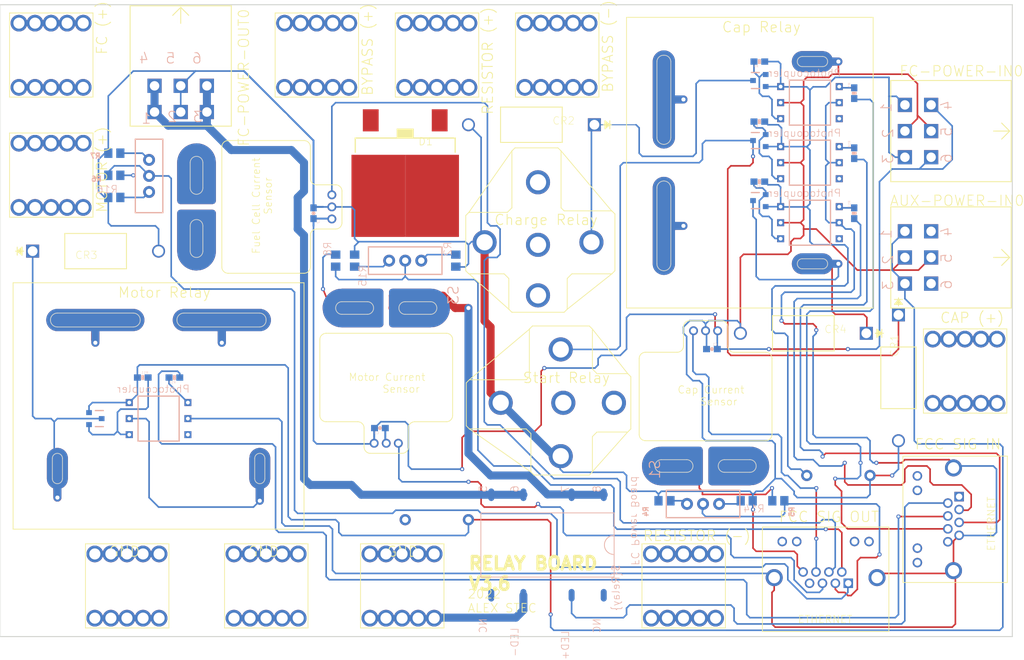
<source format=kicad_pcb>
(kicad_pcb (version 20221018) (generator pcbnew)
  (layers (0 "F.Cu" signal) (31 "B.Cu" signal) (34 "B.Paste" user) (35 "F.Paste" user) (36 "B.SilkS" user "B.Silkscreen") (37 "F.SilkS" user "F.Silkscreen") (38 "B.Mask" user) (39 "F.Mask" user) (44 "Edge.Cuts" user))
  (net 0 "")
  (net 1 "5V")
  (net 2 "START_R")
  (net 3 "MOTOR_R")
  (net 4 "CAP_R")
  (net 5 "CHARGE_R")
  (net 6 "AUX.12")
  (net 7 "FC.12")
  (net 8 "GND")
  (net 9 "FC_CURR")
  (net 10 "FC_VOLT")
  (net 11 "FC_POS")
  (net 12 "CAP_FUSE")
  (net 13 "CHARGING_RES_NEG")
  (net 14 "MOTOR_POS")
  (net 15 "CAP_CURR")
  (net 16 "ISO_GND")
  (net 17 "N$21")
  (net 18 "N$23")
  (net 19 "N$30")
  (net 20 "N$1")
  (net 21 "N$2")
  (net 22 "N$3")
  (net 23 "N$4")
  (net 24 "N$5")
  (net 25 "N$6")
  (net 26 "N$7")
  (net 27 "N$8")
  (net 28 "N$13")
  (net 29 "CAP_SENSOR")
  (net 30 "MOTOR_C_SENSOR")
  (net 31 "MOTOR_CURR")
  (net 32 "FC_SENSOR")
  (net 33 "FC_POWER")
  (net 34 "CAP_VOLT")
  (net 35 "MOTOR_VOLT")
  (net 36 "N$9")
  (net 37 "N$10")
  (net 38 "N$11")
  (net 39 "N$12")
  (net 40 "N$16")
  (net 41 "N$17")
  (net 42 "FC_POWER_OUT")
  (net 43 "NC")
  (net 44 "FC_R")
  (footprint "Relay_Board_V3.6:P6KE15A-E3_54GICT-ND_TVS_DIODE" (layer "F.Cu") (at 137.5011 136.5036)
    (fp_text reference "U$16" hide)
    (fp_text value "P6KE15A-E3/54GICT-ND_TVS_DIODE" hide)
  )
  (footprint "Relay_Board_V3.6:DO-201AD" (layer "F.Cu") (at 185.5011 107.0036 180)
    (fp_text reference "CR4")
    (fp_text value "MUR420RLG" hide)
  )
  (footprint "Relay_Board_V3.6:732-3204-ND" (layer "F.Cu") (at 110.5011 147.0036)
    (fp_text reference "MOTOR.GROUND0" hide)
    (fp_text value "732-3204-ND_CONNECTOR" hide)
  )
  (footprint "Relay_Board_V3.6:STAND-OFF" (layer "F.Cu") (at 223.0011 60.0036)
    (fp_text reference "U$21" hide)
    (fp_text value "" hide)
  )
  (footprint "Relay_Board_V3.6:732-3204-ND" (layer "F.Cu") (at 88.5011 147.0036)
    (fp_text reference "CAP.GND0" hide)
    (fp_text value "732-3204-ND_CONNECTOR" hide)
  )
  (footprint "Relay_Board_V3.6:732-3204-ND" (layer "F.Cu") (at 76.5011 82.0036)
    (fp_text reference "MOTOR.POSITIVE0" hide)
    (fp_text value "732-3204-ND_CONNECTOR" hide)
  )
  (footprint "Relay_Board_V3.6:TE_6-PIN" (layer "F.Cu") (at 223.0011 75.0036 90)
    (fp_text reference "FC-POWER-IN0")
    (fp_text value "TE_6-PIN" hide)
  )
  (footprint "Relay_Board_V3.6:255-5246-ND" (layer "F.Cu") (at 93.5011 106.0036)
    (fp_text reference "U$14" hide)
    (fp_text value "255-5246-ND" hide)
    (fp_line (start -16.8 20.8) (end -16.8 24) (stroke (width 0.127)) (layer "Edge.Cuts"))
    (fp_line (start -15.2 20.8) (end -15.2 24) (stroke (width 0.127)) (layer "Edge.Cuts"))
    (fp_line (start -4 -2.2) (end -16 -2.2) (stroke (width 0.127)) (layer "Edge.Cuts"))
    (fp_line (start -4 0) (end -16 0) (stroke (width 0.127)) (layer "Edge.Cuts"))
    (fp_line (start 15.2 20.8) (end 15.2 24) (stroke (width 0.127)) (layer "Edge.Cuts"))
    (fp_line (start 16 -2.2) (end 4 -2.2) (stroke (width 0.127)) (layer "Edge.Cuts"))
    (fp_line (start 16 0) (end 4 0) (stroke (width 0.127)) (layer "Edge.Cuts"))
    (fp_line (start 16.8 20.8) (end 16.8 24) (stroke (width 0.127)) (layer "Edge.Cuts"))
    (fp_arc (start -17.1 -1.1) (mid -16.777817 -1.877817) (end -16 -2.2) (stroke (width 0.127)) (layer "Edge.Cuts"))
    (fp_arc (start -16.8 20.8) (mid -16 20) (end -15.2 20.8) (stroke (width 0.127)) (layer "Edge.Cuts"))
    (fp_arc (start -16 0) (mid -16.777817 -0.322183) (end -17.1 -1.1) (stroke (width 0.127)) (layer "Edge.Cuts"))
    (fp_arc (start -15.2 24) (mid -16 24.8) (end -16.8 24) (stroke (width 0.127)) (layer "Edge.Cuts"))
    (fp_arc (start -4 -2.2) (mid -3.222183 -1.877817) (end -2.9 -1.1) (stroke (width 0.127)) (layer "Edge.Cuts"))
    (fp_arc (start -2.9 -1.1) (mid -3.222183 -0.322183) (end -4 0) (stroke (width 0.127)) (layer "Edge.Cuts"))
    (fp_arc (start 2.9 -1.1) (mid 3.222183 -1.877817) (end 4 -2.2) (stroke (width 0.127)) (layer "Edge.Cuts"))
    (fp_arc (start 4 0) (mid 3.222183 -0.322183) (end 2.9 -1.1) (stroke (width 0.127)) (layer "Edge.Cuts"))
    (fp_arc (start 15.2 20.8) (mid 16 20) (end 16.8 20.8) (stroke (width 0.127)) (layer "Edge.Cuts"))
    (fp_arc (start 16 -2.2) (mid 16.727817 -1.857107) (end 17 -1.1) (stroke (width 0.127)) (layer "Edge.Cuts"))
    (fp_arc (start 16.8 24) (mid 16 24.8) (end 15.2 24) (stroke (width 0.127)) (layer "Edge.Cuts"))
    (fp_arc (start 17 -1.1) (mid 16.727817 -0.342893) (end 16 0) (stroke (width 0.127)) (layer "Edge.Cuts"))
  )
  (footprint "Relay_Board_V3.6:DO-201AD" (layer "F.Cu") (at 93.5011 94.0036)
    (fp_text reference "CR3")
    (fp_text value "MUR420RLG" hide)
  )
  (footprint "Relay_Board_V3.6:DO-201AD" (layer "F.Cu") (at 210.5011 124.0036 -90)
    (fp_text reference "CR1")
    (fp_text value "MUR420RLG" hide)
  )
  (footprint "Relay_Board_V3.6:STAND-OFF" (layer "F.Cu") (at 223.5011 150.0036)
    (fp_text reference "U$20" hide)
    (fp_text value "" hide)
  )
  (footprint "Relay_Board_V3.6:DO-201AD" (layer "F.Cu") (at 142.5011 74.0036 180)
    (fp_text reference "CR2")
    (fp_text value "MUR420RLG" hide)
  )
  (footprint "Relay_Board_V3.6:A122645-ND" (layer "F.Cu") (at 198.980568 149.09975)
    (fp_text reference "FCC_SIG_OUT0" hide)
    (fp_text value "ETHERNET")
  )
  (footprint "Relay_Board_V3.6:732-3204-ND" (layer "F.Cu") (at 221.0011 113.0036)
    (fp_text reference "CAP.POS0" hide)
    (fp_text value "732-3204-ND_CONNECTOR" hide)
  )
  (footprint "Relay_Board_V3.6:255-5246-ND" (layer "F.Cu") (at 174.5011 80.0036 90)
    (fp_text reference "U$13" hide)
    (fp_text value "255-5246-ND" hide)
    (fp_line (start -16.8 20.8) (end -16.8 24) (stroke (width 0.127)) (layer "Edge.Cuts"))
    (fp_line (start -15.2 20.8) (end -15.2 24) (stroke (width 0.127)) (layer "Edge.Cuts"))
    (fp_line (start -4 -2.2) (end -16 -2.2) (stroke (width 0.127)) (layer "Edge.Cuts"))
    (fp_line (start -4 0) (end -16 0) (stroke (width 0.127)) (layer "Edge.Cuts"))
    (fp_line (start 15.2 20.8) (end 15.2 24) (stroke (width 0.127)) (layer "Edge.Cuts"))
    (fp_line (start 16 -2.2) (end 4 -2.2) (stroke (width 0.127)) (layer "Edge.Cuts"))
    (fp_line (start 16 0) (end 4 0) (stroke (width 0.127)) (layer "Edge.Cuts"))
    (fp_line (start 16.8 20.8) (end 16.8 24) (stroke (width 0.127)) (layer "Edge.Cuts"))
    (fp_arc (start -17.1 -1.1) (mid -16.777817 -1.877817) (end -16 -2.2) (stroke (width 0.127)) (layer "Edge.Cuts"))
    (fp_arc (start -16.8 20.8) (mid -16 20) (end -15.2 20.8) (stroke (width 0.127)) (layer "Edge.Cuts"))
    (fp_arc (start -16 0) (mid -16.777817 -0.322183) (end -17.1 -1.1) (stroke (width 0.127)) (layer "Edge.Cuts"))
    (fp_arc (start -15.2 24) (mid -16 24.8) (end -16.8 24) (stroke (width 0.127)) (layer "Edge.Cuts"))
    (fp_arc (start -4 -2.2) (mid -3.222183 -1.877817) (end -2.9 -1.1) (stroke (width 0.127)) (layer "Edge.Cuts"))
    (fp_arc (start -2.9 -1.1) (mid -3.222183 -0.322183) (end -4 0) (stroke (width 0.127)) (layer "Edge.Cuts"))
    (fp_arc (start 2.9 -1.1) (mid 3.222183 -1.877817) (end 4 -2.2) (stroke (width 0.127)) (layer "Edge.Cuts"))
    (fp_arc (start 4 0) (mid 3.222183 -0.322183) (end 2.9 -1.1) (stroke (width 0.127)) (layer "Edge.Cuts"))
    (fp_arc (start 15.2 20.8) (mid 16 20) (end 16.8 20.8) (stroke (width 0.127)) (layer "Edge.Cuts"))
    (fp_arc (start 16 -2.2) (mid 16.727817 -1.857107) (end 17 -1.1) (stroke (width 0.127)) (layer "Edge.Cuts"))
    (fp_arc (start 16.8 24) (mid 16 24.8) (end 15.2 24) (stroke (width 0.127)) (layer "Edge.Cuts"))
    (fp_arc (start 17 -1.1) (mid 16.727817 -0.342893) (end 16 0) (stroke (width 0.127)) (layer "Edge.Cuts"))
  )
  (footprint "Relay_Board_V3.6:ACS770LCB_CURRENTSENSOR" (layer "F.Cu") (at 99.5011 87.0036 90)
    (fp_text reference "U$7" hide)
    (fp_text value "ACS770LCB_CURRENTSENSOR" hide)
    (fp_line (start -7 -1) (end -3 -1) (stroke (width 0.127)) (layer "Edge.Cuts"))
    (fp_line (start -7 1) (end -3 1) (stroke (width 0.127)) (layer "Edge.Cuts"))
    (fp_line (start 3 -1) (end 7 -1) (stroke (width 0.127)) (layer "Edge.Cuts"))
    (fp_line (start 3 1) (end 7 1) (stroke (width 0.127)) (layer "Edge.Cuts"))
    (fp_arc (start -7 1) (mid -8 0) (end -7 -1) (stroke (width 0.127)) (layer "Edge.Cuts"))
    (fp_arc (start -3 -1) (mid -2 0) (end -3 1) (stroke (width 0.127)) (layer "Edge.Cuts"))
    (fp_arc (start 3 1) (mid 2 0) (end 3 -1) (stroke (width 0.127)) (layer "Edge.Cuts"))
    (fp_arc (start 7 -1) (mid 8 0) (end 7 1) (stroke (width 0.127)) (layer "Edge.Cuts"))
  )
  (footprint "Relay_Board_V3.6:VCF4-1000" (layer "F.Cu") (at 153.5011 101.0036 -90)
    (fp_text reference "START.RELAY2" hide)
    (fp_text value "VCF4-1000" hide)
  )
  (footprint "Relay_Board_V3.6:ACS770LCB_CURRENTSENSOR" (layer "F.Cu") (at 180.0011 128.0036 180)
    (fp_text reference "U$8" hide)
    (fp_text value "ACS770LCB_CURRENTSENSOR" hide)
    (fp_line (start -7 -1) (end -3 -1) (stroke (width 0.127)) (layer "Edge.Cuts"))
    (fp_line (start -7 1) (end -3 1) (stroke (width 0.127)) (layer "Edge.Cuts"))
    (fp_line (start 3 -1) (end 7 -1) (stroke (width 0.127)) (layer "Edge.Cuts"))
    (fp_line (start 3 1) (end 7 1) (stroke (width 0.127)) (layer "Edge.Cuts"))
    (fp_arc (start -7 1) (mid -8 0) (end -7 -1) (stroke (width 0.127)) (layer "Edge.Cuts"))
    (fp_arc (start -3 -1) (mid -2 0) (end -3 1) (stroke (width 0.127)) (layer "Edge.Cuts"))
    (fp_arc (start 3 1) (mid 2 0) (end 3 -1) (stroke (width 0.127)) (layer "Edge.Cuts"))
    (fp_arc (start 7 -1) (mid 8 0) (end 7 1) (stroke (width 0.127)) (layer "Edge.Cuts"))
  )
  (footprint "Relay_Board_V3.6:732-3204-ND" (layer "F.Cu") (at 176.5011 147.0036)
    (fp_text reference "RES.NEG0" hide)
    (fp_text value "732-3204-ND_CONNECTOR" hide)
  )
  (footprint "Relay_Board_V3.6:ACS770LCB_CURRENTSENSOR" (layer "F.Cu") (at 129.5011 103.0036)
    (fp_text reference "U$9" hide)
    (fp_text value "ACS770LCB_CURRENTSENSOR" hide)
    (fp_line (start -7 -1) (end -3 -1) (stroke (width 0.127)) (layer "Edge.Cuts"))
    (fp_line (start -7 1) (end -3 1) (stroke (width 0.127)) (layer "Edge.Cuts"))
    (fp_line (start 3 -1) (end 7 -1) (stroke (width 0.127)) (layer "Edge.Cuts"))
    (fp_line (start 3 1) (end 7 1) (stroke (width 0.127)) (layer "Edge.Cuts"))
    (fp_arc (start -7 1) (mid -8 0) (end -7 -1) (stroke (width 0.127)) (layer "Edge.Cuts"))
    (fp_arc (start -3 -1) (mid -2 0) (end -3 1) (stroke (width 0.127)) (layer "Edge.Cuts"))
    (fp_arc (start 3 1) (mid 2 0) (end 3 -1) (stroke (width 0.127)) (layer "Edge.Cuts"))
    (fp_arc (start 7 -1) (mid 8 0) (end 7 1) (stroke (width 0.127)) (layer "Edge.Cuts"))
  )
  (footprint "Relay_Board_V3.6:P6KE15A-E3_54GICT-ND_TVS_DIODE" (layer "F.Cu") (at 201.0011 129.5036 180)
    (fp_text reference "U$15" hide)
    (fp_text value "P6KE15A-E3/54GICT-ND_TVS_DIODE" hide)
  )
  (footprint "Relay_Board_V3.6:732-3204-ND" (layer "F.Cu") (at 156.5011 63.0036)
    (fp_text reference "CAP.POS2" hide)
    (fp_text value "732-3204-ND_CONNECTOR" hide)
  )
  (footprint "Relay_Board_V3.6:732-3204-ND" (layer "F.Cu") (at 76.5011 63.0036)
    (fp_text reference "FC.POS0" hide)
    (fp_text value "732-3204-ND_CONNECTOR" hide)
  )
  (footprint "Relay_Board_V3.6:VCF4-1000" (layer "F.Cu") (at 165.5011 118.0036)
    (fp_text reference "START.RELAY1" hide)
    (fp_text value "VCF4-1000" hide)
  )
  (footprint "Relay_Board_V3.6:TE_6-PIN" (layer "F.Cu") (at 223.0011 95.0036 90)
    (fp_text reference "AUX-POWER-IN0")
    (fp_text value "TE_6-PIN" hide)
  )
  (footprint "Relay_Board_V3.6:732-3204-ND" (layer "F.Cu") (at 132.0011 147.0036)
    (fp_text reference "FC.GND0" hide)
    (fp_text value "732-3204-ND_CONNECTOR" hide)
  )
  (footprint "Relay_Board_V3.6:STAND-OFF" (layer "F.Cu") (at 112.5011 73.5036)
    (fp_text reference "U$23" hide)
    (fp_text value "" hide)
  )
  (footprint "Relay_Board_V3.6:A122645-ND" (layer "F.Cu") (at 222.631975 136.433425 90)
    (fp_text reference "FCC_SIG_IN0" hide)
    (fp_text value "ETHERNET")
  )
  (footprint "Relay_Board_V3.6:TO268" (layer "F.Cu") (at 132.5011 83.0036 180)
    (fp_text reference "D1")
    (fp_text value "APT60S20SG")
  )
  (footprint "Relay_Board_V3.6:732-3204-ND" (layer "F.Cu") (at 137.5011 63.0036)
    (fp_text reference "RES.POS0" hide)
    (fp_text value "732-3204-ND_CONNECTOR" hide)
  )
  (footprint "Relay_Board_V3.6:732-3204-ND" (layer "F.Cu") (at 118.5011 63.0036)
    (fp_text reference "CAP.POS1" hide)
    (fp_text value "732-3204-ND_CONNECTOR" hide)
  )
  (footprint "Relay_Board_V3.6:TE_6-PIN" (layer "F.Cu") (at 97.0011 60.5036 180)
    (fp_text reference "FC-POWER-OUT0")
    (fp_text value "TE_6-PIN" hide)
  )
  (footprint "Relay_Board_V3.6:STAND-OFF" (layer "F.Cu") (at 73.5011 150.0036)
    (fp_text reference "U$18" hide)
    (fp_text value "" hide)
  )
  (footprint "Relay_Board_V3.6:0603-RES" (layer "B.Cu") (at 188.5011 64.0036)
    (fp_text reference "R9")
    (fp_text value "10k")
  )
  (footprint "Relay_Board_V3.6:0603-RES" (layer "B.Cu") (at 91.0011 114.0036 180)
    (fp_text reference "R11")
    (fp_text value "10k")
  )
  (footprint "Relay_Board_V3.6:0603-RES" (layer "B.Cu") (at 203.5011 78.5036 -90)
    (fp_text reference "R18")
    (fp_text value "470")
  )
  (footprint "Relay_Board_V3.6:R0805" (layer "B.Cu") (at 124.5011 95.5036 90)
    (fp_text reference "R15")
    (fp_text value "1.5k (0.1%)")
  )
  (footprint "Relay_Board_V3.6:H11L1" (layer "B.Cu") (at 196.5011 89.5036 180)
    (fp_text reference "U$6" hide)
    (fp_text value "H11L1H11L1" hide)
  )
  (footprint "Relay_Board_V3.6:SWITCH-SPDT" (layer "B.Cu") (at 132.5011 95.5036 90)
    (fp_text reference "S3")
    (fp_text value "")
  )
  (footprint "Relay_Board_V3.6:0603-CAP" (layer "B.Cu") (at 118.0011 88.0036 90)
    (fp_text reference "C2")
    (fp_text value "0.1u")
  )
  (footprint "Relay_Board_V3.6:H11L1" (layer "B.Cu") (at 93.5011 120.5036 180)
    (fp_text reference "U$4" hide)
    (fp_text value "H11L1H11L1" hide)
  )
  (footprint "Relay_Board_V3.6:R0805" (layer "B.Cu") (at 86.5011 78.5036 180)
    (fp_text reference "R7")
    (fp_text value "775 (0.1%)" hide)
  )
  (footprint "Relay_Board_V3.6:DMP3056L-7" (layer "B.Cu") (at 188.5011 67.0036 -90)
    (fp_text reference "U$1")
    (fp_text value "DMP3056L-7DMP3056L-7" hide)
  )
  (footprint "Relay_Board_V3.6:DMP3056L-7" (layer "B.Cu") (at 188.5011 76.5036 -90)
    (fp_text reference "U$11")
    (fp_text value "DMP3056L-7DMP3056L-7" hide)
  )
  (footprint "Relay_Board_V3.6:R0805" (layer "B.Cu") (at 191.5011 133.5036)
    (fp_text reference "R5")
    (fp_text value "10.5k (0.1%)" hide)
  )
  (footprint "Relay_Board_V3.6:0603-RES" (layer "B.Cu") (at 203.5011 88.0036 -90)
    (fp_text reference "R12")
    (fp_text value "470")
  )
  (footprint "Relay_Board_V3.6:0603-CAP" (layer "B.Cu") (at 128.5011 122.0036)
    (fp_text reference "C3")
    (fp_text value "0.1u")
  )
  (footprint "Relay_Board_V3.6:R0805" (layer "B.Cu") (at 186.5011 133.5036)
    (fp_text reference "R14")
    (fp_text value "1.5k (0.1%)")
  )
  (footprint "Relay_Board_V3.6:R0805" (layer "B.Cu") (at 140.5011 95.5036 -90)
    (fp_text reference "R2")
    (fp_text value "775 (0.1%)")
  )
  (footprint "Relay_Board_V3.6:R0805" (layer "B.Cu") (at 86.5011 82.0036 180)
    (fp_text reference "R6")
    (fp_text value "10.5k (0.1%)" hide)
  )
  (footprint "Relay_Board_V3.6:R0805" (layer "B.Cu") (at 86.5011 85.5036 180)
    (fp_text reference "R16")
    (fp_text value "1.5k (0.1%)")
  )
  (footprint "Relay_Board_V3.6:R0805" (layer "B.Cu") (at 121.5011 95.5036 -90)
    (fp_text reference "R8")
    (fp_text value "10.5k (0.1%)")
  )
  (footprint "Relay_Board_V3.6:H11L1" (layer "B.Cu") (at 196.5011 80.0036 180)
    (fp_text reference "U$12" hide)
    (fp_text value "H11L1H11L1" hide)
  )
  (footprint "Relay_Board_V3.6:DMP3056L-7" (layer "B.Cu") (at 83.5011 120.5036 90)
    (fp_text reference "U$3")
    (fp_text value "DMP3056L-7DMP3056L-7" hide)
  )
  (footprint "Relay_Board_V3.6:0603-RES" (layer "B.Cu") (at 188.5011 83.0036)
    (fp_text reference "R13")
    (fp_text value "10k")
  )
  (footprint "Relay_Board_V3.6:R0805" (layer "B.Cu") (at 173.5011 133.5036 180)
    (fp_text reference "R4")
    (fp_text value "775 (0.1%)" hide)
  )
  (footprint "Relay_Board_V3.6:0603-CAP" (layer "B.Cu") (at 181.0011 109.5036 180)
    (fp_text reference "C1")
    (fp_text value "0.1u")
  )
  (footprint "Relay_Board_V3.6:H11L1" (layer "B.Cu") (at 196.5011 70.5036 180)
    (fp_text reference "U$2" hide)
    (fp_text value "H11L1H11L1" hide)
  )
  (footprint "Relay_Board_V3.6:RELAY-CPC1907B" (layer "B.Cu") (at 155.0011 140.5036 90)
    (fp_text reference "FC_POWER_BOARD_RELAY0" hide)
    (fp_text value "RELAY-CPC1907B" hide)
  )
  (footprint "Relay_Board_V3.6:0603-RES" (layer "B.Cu") (at 203.5011 69.0036 -90)
    (fp_text reference "R3")
    (fp_text value "470")
  )
  (footprint "Relay_Board_V3.6:SWITCH-SPDT" (layer "B.Cu") (at 179.6011 134.0036 -90)
    (fp_text reference "S1")
    (fp_text value "")
  )
  (footprint "Relay_Board_V3.6:0603-RES" (layer "B.Cu") (at 188.5011 73.5036)
    (fp_text reference "R1")
    (fp_text value "10k")
  )
  (footprint "Relay_Board_V3.6:SWITCH-SPDT" (layer "B.Cu") (at 92.0011 82.1036 180)
    (fp_text reference "S2" hide)
    (fp_text value "")
  )
  (footprint "Relay_Board_V3.6:DMP3056L-7" (layer "B.Cu") (at 188.5011 86.0036 -90)
    (fp_text reference "U$5")
    (fp_text value "DMP3056L-7DMP3056L-7" hide)
  )
  (footprint "Relay_Board_V3.6:0603-RES" (layer "B.Cu") (at 96.0011 114.0036)
    (fp_text reference "R10")
    (fp_text value "470")
  )
  (gr_line (start 68.5011 55.0036) (end 228.5011 55.0036) (stroke (width 0.1524)) (layer "Edge.Cuts"))
  (gr_line (start 68.5011 155.0036) (end 228.5011 155.0036) (stroke (width 0.1524)) (layer "Edge.Cuts"))
  (gr_line (start 68.5011 155.0036) (end 68.5011 55.0036) (stroke (width 0.05)) (layer "Edge.Cuts"))
  (gr_line (start 228.5011 55.0036) (end 228.5011 155.0036) (stroke (width 0.1524)) (layer "Edge.Cuts"))
  (gr_text "FC Power Board" (at 169.5011 129.5036 -90) (layer "B.SilkS") (effects (font (size 1.1684 1.1684) (thickness 0.1016)) (justify right top mirror)))
  (gr_text "Start Relay" (at 151.0011 115.0036) (layer "F.SilkS") (effects (font (size 1.63576 1.63576) (thickness 0.14224)) (justify left bottom)))
  (gr_text "FCC SIG IN" (at 213.0011 125.5036) (layer "F.SilkS") (effects (font (size 1.63576 1.63576) (thickness 0.14224)) (justify left bottom)))
  (gr_text "GND\n" (at 107.5011 142.5036) (layer "F.SilkS") (effects (font (size 1.63576 1.63576) (thickness 0.14224)) (justify left bottom)))
  (gr_text "GND\n" (at 129.5011 142.5036) (layer "F.SilkS") (effects (font (size 1.63576 1.63576) (thickness 0.14224)) (justify left bottom)))
  (gr_text "Motor Current\n      Sensor" (at 123.5011 116.5036) (layer "F.SilkS") (effects (font (size 1.1684 1.1684) (thickness 0.1016)) (justify left bottom)))
  (gr_text "BYPASS (-)" (at 165.5011 69.0036 90) (layer "F.SilkS") (effects (font (size 1.63576 1.63576) (thickness 0.14224)) (justify left bottom)))
  (gr_text "FC (+)" (at 85.5011 63.0036 90) (layer "F.SilkS") (effects (font (size 1.63576 1.63576) (thickness 0.14224)) (justify left bottom)))
  (gr_text "BYPASS (+)" (at 127.5011 69.5036 90) (layer "F.SilkS") (effects (font (size 1.63576 1.63576) (thickness 0.14224)) (justify left bottom)))
  (gr_text "2022\nALEX STEC" (at 142.3011 151.3036) (layer "F.SilkS") (effects (font (size 1.38 1.38) (thickness 0.12)) (justify left bottom)))
  (gr_text "GND\n" (at 85.5011 142.5036) (layer "F.SilkS") (effects (font (size 1.63576 1.63576) (thickness 0.14224)) (justify left bottom)))
  (gr_text "RELAY BOARD\nV3.6" (at 142.3011 147.8036) (layer "F.SilkS") (effects (font (size 2 2) (thickness 0.5)) (justify left bottom)))
  (gr_text "CAP (+)" (at 217.0011 105.5036) (layer "F.SilkS") (effects (font (size 1.63576 1.63576) (thickness 0.14224)) (justify left bottom)))
  (gr_text "Cap Current\n    Sensor" (at 175.5011 118.5036) (layer "F.SilkS") (effects (font (size 1.1684 1.1684) (thickness 0.1016)) (justify left bottom)))
  (gr_text "RESISTOR (+)" (at 146.5011 72.5036 90) (layer "F.SilkS") (effects (font (size 1.63576 1.63576) (thickness 0.14224)) (justify left bottom)))
  (gr_text "Motor Relay" (at 87.0011 101.5036) (layer "F.SilkS") (effects (font (size 1.63576 1.63576) (thickness 0.14224)) (justify left bottom)))
  (gr_text "Cap Relay" (at 182.5011 59.5036) (layer "F.SilkS") (effects (font (size 1.63576 1.63576) (thickness 0.14224)) (justify left bottom)))
  (gr_text "RESISTOR (-)" (at 170.0011 140.0036) (layer "F.SilkS") (effects (font (size 1.63576 1.63576) (thickness 0.14224)) (justify left bottom)))
  (gr_text "Fuel Cell Current\n       Sensor" (at 111.5011 94.5036 90) (layer "F.SilkS") (effects (font (size 1.1684 1.1684) (thickness 0.1016)) (justify left bottom)))
  (gr_text "FCC SIG OUT" (at 191.5011 137.0036) (layer "F.SilkS") (effects (font (size 1.63576 1.63576) (thickness 0.14224)) (justify left bottom)))
  (gr_text "Charge Relay" (at 146.5011 90.0036) (layer "F.SilkS") (effects (font (size 1.63576 1.63576) (thickness 0.14224)) (justify left bottom)))
  (gr_text "MOTOR (+)" (at 85.5011 88.0036 90) (layer "F.SilkS") (effects (font (size 1.63576 1.63576) (thickness 0.14224)) (justify left bottom)))
  (segment (start 153.0011 122.5036) (end 142.5011 122.5036) (width 0.254) (layer "F.Cu") (net 1))
  (segment (start 181.5011 104.0036) (end 181.5011 106.0036) (width 0.254) (layer "F.Cu") (net 1))
  (segment (start 153.0011 122.5036) (end 154.0011 121.5036) (width 0.254) (layer "F.Cu") (net 1))
  (segment (start 154.0011 121.5036) (end 154.0011 113.0036) (width 0.254) (layer "F.Cu") (net 1))
  (segment (start 141.5011 123.5036) (end 141.5011 128.5036) (width 0.254) (layer "F.Cu") (net 1))
  (segment (start 154.0011 113.0036) (end 154.5011 112.5036) (width 0.254) (layer "F.Cu") (net 1))
  (segment (start 181.5011 106.0036) (end 181.9111 106.6036) (width 0.254) (layer "F.Cu") (net 1))
  (segment (start 142.5011 122.5036) (end 141.5011 123.5036) (width 0.254) (layer "F.Cu") (net 1))
  (segment (start 190.0011 109.5036) (end 202.5011 109.5036) (width 0.254) (layer "F.Cu") (net 1))
  (via (at 202.5011 109.5036) (size 0.6548) (drill 0.35) (layers "F.Cu" "B.Cu") (net 1))
  (via (at 154.5011 112.5036) (size 0.6548) (drill 0.35) (layers "F.Cu" "B.Cu") (net 1))
  (via (at 190.0011 109.5036) (size 0.6548) (drill 0.35) (layers "F.Cu" "B.Cu") (net 1))
  (via (at 141.5011 128.5036) (size 0.6548) (drill 0.35) (layers "F.Cu" "B.Cu") (net 1))
  (via (at 181.5011 104.0036) (size 0.6548) (drill 0.35) (layers "F.Cu" "B.Cu") (net 1))
  (segment (start 163.0011 112.0036) (end 163.0011 111.0036) (width 0.254) (layer "B.Cu") (net 1))
  (segment (start 209.5011 81.0036) (end 213.5011 81.0036) (width 0.254) (layer "B.Cu") (net 1))
  (segment (start 213.8011 81.0036) (end 217.5011 81.0036) (width 0.254) (layer "B.Cu") (net 1))
  (segment (start 127.5961 122.0586) (end 127.5961 124.4086) (width 0.3048) (layer "B.Cu") (net 1))
  (segment (start 133.0011 121.5036) (end 133.0011 128.0036) (width 0.254) (layer "B.Cu") (net 1))
  (segment (start 202.5011 109.5036) (end 207.0011 109.5036) (width 0.254) (layer "B.Cu") (net 1))
  (segment (start 207.5011 109.0036) (end 207.5011 83.0036) (width 0.254) (layer "B.Cu") (net 1))
  (segment (start 167.5011 104.5036) (end 168.0011 104.0036) (width 0.254) (layer "B.Cu") (net 1))
  (segment (start 128.6511 121.0036) (end 132.5011 121.0036) (width 0.254) (layer "B.Cu") (net 1))
  (segment (start 132.5011 121.0036) (end 133.0011 121.5036) (width 0.254) (layer "B.Cu") (net 1))
  (segment (start 167.5011 109.5036) (end 167.5011 104.5036) (width 0.254) (layer "B.Cu") (net 1))
  (segment (start 207.0011 109.5036) (end 207.5011 109.0036) (width 0.254) (layer "B.Cu") (net 1))
  (segment (start 219.0011 79.5036) (end 219.0011 74.2036) (width 0.254) (layer "B.Cu") (net 1))
  (segment (start 163.5011 110.5036) (end 166.5011 110.5036) (width 0.254) (layer "B.Cu") (net 1))
  (segment (start 168.0011 104.0036) (end 181.5011 104.0036) (width 0.254) (layer "B.Cu") (net 1))
  (segment (start 181.9111 106.6036) (end 181.8511 106.6636) (width 0.254) (layer "B.Cu") (net 1))
  (segment (start 166.5011 110.5036) (end 167.5011 109.5036) (width 0.254) (layer "B.Cu") (net 1))
  (segment (start 127.5011 124.5036) (end 118.5011 124.5036) (width 0.254) (layer "B.Cu") (net 1))
  (segment (start 213.5011 81.0036) (end 213.8011 81.0036) (width 0.254) (layer "B.Cu") (net 1))
  (segment (start 181.8511 106.6636) (end 181.8511 109.5036) (width 0.254) (layer "B.Cu") (net 1))
  (segment (start 154.5011 112.5036) (end 162.5011 112.5036) (width 0.254) (layer "B.Cu") (net 1))
  (segment (start 127.5961 122.0586) (end 127.6511 122.0036) (width 0.3048) (layer "B.Cu") (net 1))
  (segment (start 118.0011 90.0036) (end 118.0011 88.8536) (width 0.3048) (layer "B.Cu") (net 1))
  (segment (start 118.0011 88.8536) (end 120.8411 88.8536) (width 0.3048) (layer "B.Cu") (net 1))
  (segment (start 133.5011 128.5036) (end 141.5011 128.5036) (width 0.254) (layer "B.Cu") (net 1))
  (segment (start 163.0011 111.0036) (end 163.5011 110.5036) (width 0.254) (layer "B.Cu") (net 1))
  (segment (start 213.8011 81.0036) (end 215.6611 79.1436) (width 0.254) (layer "B.Cu") (net 1))
  (segment (start 217.5011 81.0036) (end 219.0011 79.5036) (width 0.254) (layer "B.Cu") (net 1))
  (segment (start 181.8511 109.5036) (end 190.0011 109.5036) (width 0.254) (layer "B.Cu") (net 1))
  (segment (start 118.0011 124.0036) (end 118.0011 90.0036) (width 0.254) (layer "B.Cu") (net 1))
  (segment (start 127.5961 124.4086) (end 127.5011 124.5036) (width 0.254) (layer "B.Cu") (net 1))
  (segment (start 133.0011 128.0036) (end 133.5011 128.5036) (width 0.254) (layer "B.Cu") (net 1))
  (segment (start 120.8411 88.8536) (end 120.9011 88.9136) (width 0.3048) (layer "B.Cu") (net 1))
  (segment (start 127.6511 122.0036) (end 128.6511 121.0036) (width 0.254) (layer "B.Cu") (net 1))
  (segment (start 162.5011 112.5036) (end 163.0011 112.0036) (width 0.254) (layer "B.Cu") (net 1))
  (segment (start 118.5011 124.5036) (end 118.0011 124.0036) (width 0.254) (layer "B.Cu") (net 1))
  (segment (start 207.5011 83.0036) (end 209.5011 81.0036) (width 0.254) (layer "B.Cu") (net 1))
  (segment (start 219.0011 74.2036) (end 215.6611 70.8636) (width 0.254) (layer "B.Cu") (net 1))
  (segment (start 127.5961 124.4086) (end 127.5911 124.4036) (width 0.254) (layer "B.Cu") (net 1))
  (segment (start 199.0011 126.0036) (end 198.5011 126.5036) (width 0.254) (layer "F.Cu") (net 2))
  (segment (start 226.5011 126.5036) (end 226.0011 126.0036) (width 0.254) (layer "F.Cu") (net 2))
  (segment (start 226.0011 126.0036) (end 199.0011 126.0036) (width 0.254) (layer "F.Cu") (net 2))
  (segment (start 226.071275 136.933425) (end 226.5011 136.5036) (width 0.254) (layer "F.Cu") (net 2))
  (segment (start 220.091975 136.933425) (end 226.071275 136.933425) (width 0.254) (layer "F.Cu") (net 2))
  (segment (start 226.5011 136.5036) (end 226.5011 126.5036) (width 0.254) (layer "F.Cu") (net 2))
  (via (at 198.5011 126.5036) (size 0.6548) (drill 0.35) (layers "F.Cu" "B.Cu") (net 2))
  (segment (start 195.0011 125.0036) (end 195.5011 125.5036) (width 0.254) (layer "B.Cu") (net 2))
  (segment (start 205.5011 80.0036) (end 205.5011 102.0036) (width 0.254) (layer "B.Cu") (net 2))
  (segment (start 203.6511 79.5036) (end 205.0011 79.5036) (width 0.254) (layer "B.Cu") (net 2))
  (segment (start 195.0011 103.0036) (end 195.0011 125.0036) (width 0.254) (layer "B.Cu") (net 2))
  (segment (start 205.0011 102.5036) (end 195.5011 102.5036) (width 0.254) (layer "B.Cu") (net 2))
  (segment (start 195.5011 102.5036) (end 195.0011 103.0036) (width 0.254) (layer "B.Cu") (net 2))
  (segment (start 203.5011 79.3536) (end 203.6511 79.5036) (width 0.254) (layer "B.Cu") (net 2))
  (segment (start 198.0011 125.5036) (end 198.5011 126.0036) (width 0.254) (layer "B.Cu") (net 2))
  (segment (start 205.0011 79.5036) (end 205.5011 80.0036) (width 0.254) (layer "B.Cu") (net 2))
  (segment (start 198.5011 126.0036) (end 198.5011 126.5036) (width 0.254) (layer "B.Cu") (net 2))
  (segment (start 205.5011 102.0036) (end 205.0011 102.5036) (width 0.254) (layer "B.Cu") (net 2))
  (segment (start 195.5011 125.5036) (end 198.0011 125.5036) (width 0.254) (layer "B.Cu") (net 2))
  (segment (start 218.311975 135.913425) (end 218.2218 136.0036) (width 0.254) (layer "F.Cu") (net 3))
  (segment (start 218.2218 136.0036) (end 210.5011 136.0036) (width 0.254) (layer "F.Cu") (net 3))
  (via (at 210.5011 136.0036) (size 0.6548) (drill 0.35) (layers "F.Cu" "B.Cu") (net 3))
  (segment (start 120.5011 146.0036) (end 186.0011 146.0036) (width 0.254) (layer "B.Cu") (net 3))
  (segment (start 210.0011 152.0036) (end 210.5011 151.5036) (width 0.254) (layer "B.Cu") (net 3))
  (segment (start 112.0011 125.0036) (end 111.5011 124.5036) (width 0.254) (layer "B.Cu") (net 3))
  (segment (start 96.8511 113.3536) (end 96.5011 113.0036) (width 0.254) (layer "B.Cu") (net 3))
  (segment (start 186.5011 151.5036) (end 186.5011 146.5036) (width 0.254) (layer "B.Cu") (net 3))
  (segment (start 111.5011 124.5036) (end 94.0011 124.5036) (width 0.254) (layer "B.Cu") (net 3))
  (segment (start 112.0011 138.0036) (end 112.5011 138.5036) (width 0.254) (layer "B.Cu") (net 3))
  (segment (start 119.5011 138.5036) (end 120.0011 139.0036) (width 0.254) (layer "B.Cu") (net 3))
  (segment (start 96.8511 114.0036) (end 96.8511 113.3536) (width 0.254) (layer "B.Cu") (net 3))
  (segment (start 112.0011 125.0036) (end 112.0011 138.0036) (width 0.254) (layer "B.Cu") (net 3))
  (segment (start 120.0011 139.0036) (end 120.0011 145.5036) (width 0.254) (layer "B.Cu") (net 3))
  (segment (start 96.5011 113.0036) (end 94.0011 113.0036) (width 0.254) (layer "B.Cu") (net 3))
  (segment (start 94.0011 113.0036) (end 93.5011 113.5036) (width 0.254) (layer "B.Cu") (net 3))
  (segment (start 186.0011 146.0036) (end 186.5011 146.5036) (width 0.254) (layer "B.Cu") (net 3))
  (segment (start 94.0011 124.5036) (end 93.5011 124.0036) (width 0.254) (layer "B.Cu") (net 3))
  (segment (start 187.0011 152.0036) (end 186.5011 151.5036) (width 0.254) (layer "B.Cu") (net 3))
  (segment (start 112.5011 138.5036) (end 119.5011 138.5036) (width 0.254) (layer "B.Cu") (net 3))
  (segment (start 187.0011 152.0036) (end 210.0011 152.0036) (width 0.254) (layer "B.Cu") (net 3))
  (segment (start 93.5011 113.5036) (end 93.5011 124.0036) (width 0.254) (layer "B.Cu") (net 3))
  (segment (start 210.5011 151.5036) (end 210.5011 136.0036) (width 0.254) (layer "B.Cu") (net 3))
  (segment (start 120.0011 145.5036) (end 120.5011 146.0036) (width 0.254) (layer "B.Cu") (net 3))
  (segment (start 215.0011 128.0036) (end 212.0011 128.0036) (width 0.254) (layer "F.Cu") (net 4))
  (segment (start 220.5011 131.0036) (end 216.0011 131.0036) (width 0.254) (layer "F.Cu") (net 4))
  (segment (start 220.20215 135.0036) (end 221.5011 135.0036) (width 0.254) (layer "F.Cu") (net 4))
  (segment (start 202.5011 131.0036) (end 211.0011 131.0036) (width 0.254) (layer "F.Cu") (net 4))
  (segment (start 222.0011 132.5036) (end 220.5011 131.0036) (width 0.254) (layer "F.Cu") (net 4))
  (segment (start 220.091975 134.893425) (end 220.20215 135.0036) (width 0.254) (layer "F.Cu") (net 4))
  (segment (start 202.0011 127.5036) (end 202.0011 130.5036) (width 0.254) (layer "F.Cu") (net 4))
  (segment (start 222.0011 134.5036) (end 222.0011 132.5036) (width 0.254) (layer "F.Cu") (net 4))
  (segment (start 202.0011 130.5036) (end 202.5011 131.0036) (width 0.254) (layer "F.Cu") (net 4))
  (segment (start 211.0011 131.0036) (end 211.5011 130.5036) (width 0.254) (layer "F.Cu") (net 4))
  (segment (start 211.5011 128.5036) (end 211.5011 130.5036) (width 0.254) (layer "F.Cu") (net 4))
  (segment (start 215.5011 130.5036) (end 215.5011 128.5036) (width 0.254) (layer "F.Cu") (net 4))
  (segment (start 215.5011 128.5036) (end 215.0011 128.0036) (width 0.254) (layer "F.Cu") (net 4))
  (segment (start 212.0011 128.0036) (end 211.5011 128.5036) (width 0.254) (layer "F.Cu") (net 4))
  (segment (start 216.0011 131.0036) (end 215.5011 130.5036) (width 0.254) (layer "F.Cu") (net 4))
  (segment (start 221.5011 135.0036) (end 222.0011 134.5036) (width 0.254) (layer "F.Cu") (net 4))
  (via (at 202.0011 127.5036) (size 0.6548) (drill 0.35) (layers "F.Cu" "B.Cu") (net 4))
  (segment (start 197.0011 127.0036) (end 194.5011 127.0036) (width 0.254) (layer "B.Cu") (net 4))
  (segment (start 204.5011 89.8536) (end 204.5011 101.0036) (width 0.254) (layer "B.Cu") (net 4))
  (segment (start 201.5011 128.0036) (end 198.0011 128.0036) (width 0.254) (layer "B.Cu") (net 4))
  (segment (start 194.0011 126.5036) (end 194.0011 102.0036) (width 0.254) (layer "B.Cu") (net 4))
  (segment (start 198.0011 128.0036) (end 197.0011 127.0036) (width 0.254) (layer "B.Cu") (net 4))
  (segment (start 194.5011 101.5036) (end 194.0011 102.0036) (width 0.254) (layer "B.Cu") (net 4))
  (segment (start 194.5011 127.0036) (end 194.0011 126.5036) (width 0.254) (layer "B.Cu") (net 4))
  (segment (start 203.5011 88.8536) (end 204.5011 89.8536) (width 0.254) (layer "B.Cu") (net 4))
  (segment (start 202.0011 127.5036) (end 201.5011 128.0036) (width 0.254) (layer "B.Cu") (net 4))
  (segment (start 204.5011 101.0036) (end 204.0011 101.5036) (width 0.254) (layer "B.Cu") (net 4))
  (segment (start 204.0011 101.5036) (end 194.5011 101.5036) (width 0.254) (layer "B.Cu") (net 4))
  (segment (start 200.5011 131.0036) (end 201.5011 132.0036) (width 0.254) (layer "F.Cu") (net 5))
  (segment (start 218.2618 138.0036) (end 218.311975 137.953425) (width 0.254) (layer "F.Cu") (net 5))
  (segment (start 200.5011 130.0036) (end 200.5011 131.0036) (width 0.254) (layer "F.Cu") (net 5))
  (segment (start 218.311975 137.953425) (end 202.450925 137.953425) (width 0.254) (layer "F.Cu") (net 5))
  (segment (start 201.5011 137.0036) (end 202.450925 137.953425) (width 0.254) (layer "F.Cu") (net 5))
  (segment (start 201.5011 132.0036) (end 201.5011 137.0036) (width 0.254) (layer "F.Cu") (net 5))
  (via (at 200.5011 130.0036) (size 0.6548) (drill 0.35) (layers "F.Cu" "B.Cu") (net 5))
  (via (at 204.5011 127.5036) (size 0.6548) (drill 0.35) (layers "F.Cu" "B.Cu") (net 5))
  (segment (start 206.5011 70.5036) (end 206.5011 103.0036) (width 0.254) (layer "B.Cu") (net 5))
  (segment (start 206.5011 103.0036) (end 206.0011 103.5036) (width 0.254) (layer "B.Cu") (net 5))
  (segment (start 196.0011 124.0036) (end 196.5011 124.5036) (width 0.254) (layer "B.Cu") (net 5))
  (segment (start 196.5011 103.5036) (end 196.0011 104.0036) (width 0.254) (layer "B.Cu") (net 5))
  (segment (start 203.6511 70.0036) (end 206.0011 70.0036) (width 0.254) (layer "B.Cu") (net 5))
  (segment (start 204.5011 127.5036) (end 204.5011 125.0036) (width 0.254) (layer "B.Cu") (net 5))
  (segment (start 203.5011 69.8536) (end 203.6511 70.0036) (width 0.254) (layer "B.Cu") (net 5))
  (segment (start 206.0011 103.5036) (end 196.5011 103.5036) (width 0.254) (layer "B.Cu") (net 5))
  (segment (start 196.0011 104.0036) (end 196.0011 124.0036) (width 0.254) (layer "B.Cu") (net 5))
  (segment (start 204.0011 130.0036) (end 204.5011 129.5036) (width 0.254) (layer "B.Cu") (net 5))
  (segment (start 204.5011 129.5036) (end 204.5011 127.5036) (width 0.254) (layer "B.Cu") (net 5))
  (segment (start 196.5011 124.5036) (end 204.0011 124.5036) (width 0.254) (layer "B.Cu") (net 5))
  (segment (start 204.0011 124.5036) (end 204.5011 125.0036) (width 0.254) (layer "B.Cu") (net 5))
  (segment (start 206.0011 70.0036) (end 206.5011 70.5036) (width 0.254) (layer "B.Cu") (net 5))
  (segment (start 200.5011 130.0036) (end 204.0011 130.0036) (width 0.254) (layer "B.Cu") (net 5))
  (segment (start 155.5011 151.5036) (end 155.5011 137.0036) (width 0.254) (layer "F.Cu") (net 6))
  (segment (start 155.0011 136.5036) (end 142.5011 136.5036) (width 0.254) (layer "F.Cu") (net 6))
  (segment (start 155.5011 137.0036) (end 155.0011 136.5036) (width 0.254) (layer "F.Cu") (net 6))
  (via (at 155.5011 151.5036) (size 0.6548) (drill 0.35) (layers "F.Cu" "B.Cu") (net 6))
  (segment (start 90.1511 116.6786) (end 90.1511 114.0036) (width 0.254) (layer "B.Cu") (net 6))
  (segment (start 213.5011 124.5036) (end 226.5011 124.5036) (width 0.254) (layer "B.Cu") (net 6))
  (segment (start 227.0011 125.0036) (end 227.0011 153.5036) (width 0.254) (layer "B.Cu") (net 6))
  (segment (start 113.5011 112.0036) (end 114.0011 112.5036) (width 0.254) (layer "B.Cu") (net 6))
  (segment (start 211.5211 90.8636) (end 209.5011 92.8836) (width 0.254) (layer "B.Cu") (net 6))
  (segment (start 156.0011 154.0036) (end 155.5011 153.5036) (width 0.254) (layer "B.Cu") (net 6))
  (segment (start 142.5011 138.5036) (end 142.0011 139.0036) (width 0.254) (layer "B.Cu") (net 6))
  (segment (start 83.0411 117.9636) (end 82.5011 118.5036) (width 0.254) (layer "B.Cu") (net 6))
  (segment (start 82.5011 118.5036) (end 82.5011 119.5536) (width 0.254) (layer "B.Cu") (net 6))
  (segment (start 90.5011 112.0036) (end 113.5011 112.0036) (width 0.254) (layer "B.Cu") (net 6))
  (segment (start 227.0011 153.5036) (end 226.5011 154.0036) (width 0.254) (layer "B.Cu") (net 6))
  (segment (start 114.0011 112.5036) (end 114.0011 136.0036) (width 0.254) (layer "B.Cu") (net 6))
  (segment (start 90.1511 116.6786) (end 88.8661 117.9636) (width 0.254) (layer "B.Cu") (net 6))
  (segment (start 211.5211 99.1436) (end 211.5211 101.5236) (width 0.254) (layer "B.Cu") (net 6))
  (segment (start 211.5211 101.5236) (end 213.0011 103.0036) (width 0.254) (layer "B.Cu") (net 6))
  (segment (start 122.5011 139.0036) (end 122.0011 138.5036) (width 0.254) (layer "B.Cu") (net 6))
  (segment (start 213.0011 103.0036) (end 213.0011 124.0036) (width 0.254) (layer "B.Cu") (net 6))
  (segment (start 88.8661 117.9636) (end 83.0411 117.9636) (width 0.254) (layer "B.Cu") (net 6))
  (segment (start 209.5011 92.8836) (end 209.5011 97.0036) (width 0.254) (layer "B.Cu") (net 6))
  (segment (start 213.0011 124.0036) (end 213.5011 124.5036) (width 0.254) (layer "B.Cu") (net 6))
  (segment (start 155.5011 153.5036) (end 155.5011 151.5036) (width 0.254) (layer "B.Cu") (net 6))
  (segment (start 142.0011 139.0036) (end 122.5011 139.0036) (width 0.254) (layer "B.Cu") (net 6))
  (segment (start 226.5011 154.0036) (end 156.0011 154.0036) (width 0.254) (layer "B.Cu") (net 6))
  (segment (start 211.5211 99.0236) (end 209.5011 97.0036) (width 0.254) (layer "B.Cu") (net 6))
  (segment (start 121.5011 136.5036) (end 114.5011 136.5036) (width 0.254) (layer "B.Cu") (net 6))
  (segment (start 211.5211 99.1436) (end 211.5211 99.0236) (width 0.254) (layer "B.Cu") (net 6))
  (segment (start 142.5011 136.5036) (end 142.5011 138.5036) (width 0.254) (layer "B.Cu") (net 6))
  (segment (start 122.0011 138.5036) (end 122.0011 137.0036) (width 0.254) (layer "B.Cu") (net 6))
  (segment (start 114.0011 136.0036) (end 114.5011 136.5036) (width 0.254) (layer "B.Cu") (net 6))
  (segment (start 90.1511 112.3536) (end 90.5011 112.0036) (width 0.254) (layer "B.Cu") (net 6))
  (segment (start 90.1511 114.0036) (end 90.1511 112.3536) (width 0.254) (layer "B.Cu") (net 6))
  (segment (start 226.5011 124.5036) (end 227.0011 125.0036) (width 0.254) (layer "B.Cu") (net 6))
  (segment (start 122.0011 137.0036) (end 121.5011 136.5036) (width 0.254) (layer "B.Cu") (net 6))
  (segment (start 193.0011 107.5036) (end 193.0011 128.0036) (width 0.254) (layer "B.Cu") (net 7))
  (segment (start 196.5011 68.5036) (end 197.0011 68.0036) (width 0.254) (layer "B.Cu") (net 7))
  (segment (start 200.5011 66.5036) (end 209.0011 66.5036) (width 0.254) (layer "B.Cu") (net 7))
  (segment (start 189.3511 73.5036) (end 189.8511 74.0036) (width 0.254) (layer "B.Cu") (net 7))
  (segment (start 196.5011 77.0036) (end 196.5011 68.5036) (width 0.254) (layer "B.Cu") (net 7))
  (segment (start 191.5011 64.0036) (end 189.3511 64.0036) (width 0.254) (layer "B.Cu") (net 7))
  (segment (start 189.3511 83.0036) (end 189.8511 83.5036) (width 0.254) (layer "B.Cu") (net 7))
  (segment (start 196.5011 87.5036) (end 196.5011 92.5036) (width 0.254) (layer "B.Cu") (net 7))
  (segment (start 196.5011 68.5036) (end 196.0011 68.0036) (width 0.254) (layer "B.Cu") (net 7))
  (segment (start 189.5011 67.9536) (end 189.5111 67.9636) (width 0.254) (layer "B.Cu") (net 7))
  (segment (start 191.8661 86.9636) (end 189.5111 86.9636) (width 0.254) (layer "B.Cu") (net 7))
  (segment (start 192.0011 77.4636) (end 195.9611 77.4636) (width 0.254) (layer "B.Cu") (net 7))
  (segment (start 193.0011 128.0036) (end 193.5011 128.5036) (width 0.254) (layer "B.Cu") (net 7))
  (segment (start 197.0011 93.0036) (end 196.5011 92.5036) (width 0.254) (layer "B.Cu") (net 7))
  (segment (start 202.0011 93.0036) (end 202.5011 93.5036) (width 0.254) (layer "B.Cu") (net 7))
  (segment (start 191.8661 83.8686) (end 191.8661 86.9636) (width 0.254) (layer "B.Cu") (net 7))
  (segment (start 210.1611 69.5036) (end 211.5211 70.8636) (width 0.254) (layer "B.Cu") (net 7))
  (segment (start 209.0011 66.5036) (end 209.0011 69.5036) (width 0.254) (layer "B.Cu") (net 7))
  (segment (start 191.8561 77.4536) (end 189.5011 77.4536) (width 0.254) (layer "B.Cu") (net 7))
  (segment (start 195.9611 77.4636) (end 196.0011 77.5036) (width 0.254) (layer "B.Cu") (net 7))
  (segment (start 189.5011 73.5036) (end 189.3511 73.5036) (width 0.254) (layer "B.Cu") (net 7))
  (segment (start 196.0011 77.5036) (end 196.5011 77.0036) (width 0.254) (layer "B.Cu") (net 7))
  (segment (start 199.0011 68.0036) (end 200.5011 66.5036) (width 0.254) (layer "B.Cu") (net 7))
  (segment (start 191.8561 77.4536) (end 191.8661 77.4636) (width 0.254) (layer "B.Cu") (net 7))
  (segment (start 191.0011 99.5036) (end 190.5011 100.0036) (width 0.254) (layer "B.Cu") (net 7))
  (segment (start 210.0211 79.1436) (end 210.0011 79.1236) (width 0.1524) (layer "B.Cu") (net 7))
  (segment (start 189.8511 83.5036) (end 191.5011 83.5036) (width 0.254) (layer "B.Cu") (net 7))
  (segment (start 196.0011 77.5036) (end 196.5011 78.0036) (width 0.254) (layer "B.Cu") (net 7))
  (segment (start 193.0011 107.5036) (end 192.5011 107.0036) (width 0.254) (layer "B.Cu") (net 7))
  (segment (start 190.5011 100.0036) (end 190.5011 106.5036) (width 0.254) (layer "B.Cu") (net 7))
  (segment (start 192.0011 74.5036) (end 192.0011 77.4636) (width 0.254) (layer "B.Cu") (net 7))
  (segment (start 196.5011 87.5036) (end 196.0011 87.0036) (width 0.254) (layer "B.Cu") (net 7))
  (segment (start 192.5011 107.0036) (end 191.0011 107.0036) (width 0.254) (layer "B.Cu") (net 7))
  (segment (start 193.5011 128.5036) (end 195.0011 128.5036) (width 0.254) (layer "B.Cu") (net 7))
  (segment (start 202.5011 93.5036) (end 202.5011 99.0036) (width 0.254) (layer "B.Cu") (net 7))
  (segment (start 191.8661 86.9636) (end 191.9061 87.0036) (width 0.254) (layer "B.Cu") (net 7))
  (segment (start 189.5111 86.9636) (end 189.5011 86.9536) (width 0.254) (layer "B.Cu") (net 7))
  (segment (start 191.5011 83.5036) (end 191.8661 83.8686) (width 0.254) (layer "B.Cu") (net 7))
  (segment (start 196.0011 87.0036) (end 196.5011 86.5036) (width 0.254) (layer "B.Cu") (net 7))
  (segment (start 191.8661 67.9636) (end 191.8661 64.3686) (width 0.254) (layer "B.Cu") (net 7))
  (segment (start 191.5011 74.0036) (end 192.0011 74.5036) (width 0.254) (layer "B.Cu") (net 7))
  (segment (start 189.8511 74.0036) (end 191.5011 74.0036) (width 0.254) (layer "B.Cu") (net 7))
  (segment (start 202.0011 99.5036) (end 191.0011 99.5036) (width 0.254) (layer "B.Cu") (net 7))
  (segment (start 197.0011 68.0036) (end 199.0011 68.0036) (width 0.254) (layer "B.Cu") (net 7))
  (segment (start 189.5111 67.9636) (end 191.8661 67.9636) (width 0.254) (layer "B.Cu") (net 7))
  (segment (start 196.0011 68.0036) (end 191.9061 68.0036) (width 0.254) (layer "B.Cu") (net 7))
  (segment (start 202.5011 99.0036) (end 202.0011 99.5036) (width 0.254) (layer "B.Cu") (net 7))
  (segment (start 209.0011 69.5036) (end 209.0011 78.376935) (width 0.254) (layer "B.Cu") (net 7))
  (segment (start 192.0011 77.4636) (end 191.8661 77.4636) (width 0.254) (layer "B.Cu") (net 7))
  (segment (start 191.0011 107.0036) (end 190.5011 106.5036) (width 0.254) (layer "B.Cu") (net 7))
  (segment (start 191.9061 68.0036) (end 191.8661 67.9636) (width 0.254) (layer "B.Cu") (net 7))
  (segment (start 202.0011 93.0036) (end 197.0011 93.0036) (width 0.254) (layer "B.Cu") (net 7))
  (segment (start 191.9061 87.0036) (end 196.0011 87.0036) (width 0.254) (layer "B.Cu") (net 7))
  (segment (start 195.0011 128.5036) (end 196.0011 129.5036) (width 0.254) (layer "B.Cu") (net 7))
  (segment (start 210.0211 79.1436) (end 211.5211 79.1436) (width 0.254) (layer "B.Cu") (net 7))
  (segment (start 210.0011 79.1236) (end 209.0011 78.376935) (width 0.254) (layer "B.Cu") (net 7))
  (segment (start 191.8661 64.3686) (end 191.5011 64.0036) (width 0.254) (layer "B.Cu") (net 7))
  (segment (start 196.5011 86.5036) (end 196.5011 78.0036) (width 0.254) (layer "B.Cu") (net 7))
  (segment (start 209.0011 69.5036) (end 210.1611 69.5036) (width 0.254) (layer "B.Cu") (net 7))
  (segment (start 195.5011 91.5036) (end 195.0011 92.0036) (width 0.254) (layer "F.Cu") (net 8))
  (segment (start 191.8661 70.5036) (end 195.0011 70.5036) (width 0.254) (layer "F.Cu") (net 8))
  (segment (start 213.5011 72.5036) (end 215.6611 74.6636) (width 0.254) (layer "F.Cu") (net 8))
  (segment (start 196.0011 66.5036) (end 199.5011 66.5036) (width 0.254) (layer "F.Cu") (net 8))
  (segment (start 195.5011 90.5036) (end 197.5011 90.5036) (width 0.254) (layer "F.Cu") (net 8))
  (segment (start 193.0011 94.5036) (end 186.0011 94.5036) (width 0.254) (layer "F.Cu") (net 8))
  (segment (start 204.0011 97.0036) (end 209.5211 97.0036) (width 0.254) (layer "F.Cu") (net 8))
  (segment (start 195.5011 91.5036) (end 195.5011 90.5036) (width 0.254) (layer "F.Cu") (net 8))
  (segment (start 213.6611 97.0036) (end 215.6611 95.0036) (width 0.254) (layer "F.Cu") (net 8))
  (segment (start 211.5211 95.0036) (end 209.5211 97.0036) (width 0.254) (layer "F.Cu") (net 8))
  (segment (start 201.0011 66.0036) (end 212.0011 66.0036) (width 0.254) (layer "F.Cu") (net 8))
  (segment (start 200.0011 66.0036) (end 201.0011 66.0036) (width 0.254) (layer "F.Cu") (net 8))
  (segment (start 211.5211 75.0036) (end 213.5011 73.0236) (width 0.254) (layer "F.Cu") (net 8))
  (segment (start 195.5011 67.0036) (end 196.0011 66.5036) (width 0.254) (layer "F.Cu") (net 8))
  (segment (start 195.0011 70.5036) (end 195.5011 71.0036) (width 0.254) (layer "F.Cu") (net 8))
  (segment (start 195.5011 71.0036) (end 195.5011 79.5036) (width 0.254) (layer "F.Cu") (net 8))
  (segment (start 195.5011 80.5036) (end 195.5011 89.0036) (width 0.254) (layer "F.Cu") (net 8))
  (segment (start 199.5011 66.5036) (end 200.0011 66.0036) (width 0.254) (layer "F.Cu") (net 8))
  (segment (start 201.0011 64.0036) (end 201.0011 66.0036) (width 0.254) (layer "F.Cu") (net 8))
  (segment (start 146.0011 106.0036) (end 145.0556 105.0581) (width 1.27) (layer "F.Cu") (net 8))
  (segment (start 195.0011 89.5036) (end 195.5011 89.0036) (width 0.254) (layer "F.Cu") (net 8))
  (segment (start 193.5011 94.0036) (end 193.0011 94.5036) (width 0.254) (layer "F.Cu") (net 8))
  (segment (start 195.420568 144.77975) (end 194.5011 143.860282) (width 0.254) (layer "F.Cu") (net 8))
  (segment (start 195.5011 70.0036) (end 195.5011 67.0036) (width 0.254) (layer "F.Cu") (net 8))
  (segment (start 200.0011 64.0036) (end 201.0011 64.0036) (width 1.27) (layer "F.Cu") (net 8))
  (segment (start 193.5011 92.5036) (end 193.5011 94.0036) (width 0.254) (layer "F.Cu") (net 8))
  (segment (start 195.5011 90.5036) (end 195.5011 90.0036) (width 0.254) (layer "F.Cu") (net 8))
  (segment (start 213.5011 67.5036) (end 212.0011 66.0036) (width 0.254) (layer "F.Cu") (net 8))
  (segment (start 194.0011 92.0036) (end 193.5011 92.5036) (width 0.254) (layer "F.Cu") (net 8))
  (segment (start 148.6482 118.0036) (end 147.6011 118.0036) (width 0.3048) (layer "F.Cu") (net 8))
  (segment (start 186.0011 94.5036) (end 185.5011 95.0036) (width 0.254) (layer "F.Cu") (net 8))
  (segment (start 195.0011 80.0036) (end 191.8661 80.0036) (width 0.254) (layer "F.Cu") (net 8))
  (segment (start 213.5011 72.5036) (end 213.5011 67.5036) (width 0.254) (layer "F.Cu") (net 8))
  (segment (start 213.5011 73.0236) (end 213.5011 72.5036) (width 0.254) (layer "F.Cu") (net 8))
  (segment (start 187.5011 141.0036) (end 187.5011 134.8968) (width 0.254) (layer "F.Cu") (net 8))
  (segment (start 195.5011 79.5036) (end 195.0011 80.0036) (width 0.254) (layer "F.Cu") (net 8))
  (segment (start 197.5011 90.5036) (end 204.0011 97.0036) (width 0.254) (layer "F.Cu") (net 8))
  (segment (start 206.0011 129.5036) (end 209.5011 129.5036) (width 0.254) (layer "F.Cu") (net 8))
  (segment (start 147.6011 118.0036) (end 146.0011 116.4036) (width 1.27) (layer "F.Cu") (net 8))
  (segment (start 188.0011 141.5036) (end 187.5011 141.0036) (width 0.254) (layer "F.Cu") (net 8))
  (segment (start 195.0011 92.0036) (end 194.0011 92.0036) (width 0.254) (layer "F.Cu") (net 8))
  (segment (start 195.5011 90.0036) (end 195.0011 89.5036) (width 0.254) (layer "F.Cu") (net 8))
  (segment (start 109.5011 131.5036) (end 109.5011 133.5036) (width 1.27) (layer "F.Cu") (net 8))
  (segment (start 195.0011 80.0036) (end 195.5011 80.5036) (width 0.254) (layer "F.Cu") (net 8))
  (segment (start 195.0011 89.5036) (end 191.8661 89.5036) (width 0.254) (layer "F.Cu") (net 8))
  (segment (start 194.5011 142.0036) (end 194.0011 141.5036) (width 0.254) (layer "F.Cu") (net 8))
  (segment (start 145.0556 105.0581) (end 145.0556 92.5962) (width 1.27) (layer "F.Cu") (net 8))
  (segment (start 185.5011 95.0036) (end 185.5011 107.0036) (width 0.254) (layer "F.Cu") (net 8))
  (segment (start 194.5011 143.860282) (end 194.5011 142.0036) (width 0.254) (layer "F.Cu") (net 8))
  (segment (start 215.6611 74.6636) (end 215.6611 75.0036) (width 0.254) (layer "F.Cu") (net 8))
  (segment (start 195.0011 70.5036) (end 195.5011 70.0036) (width 0.254) (layer "F.Cu") (net 8))
  (segment (start 194.0011 141.5036) (end 188.0011 141.5036) (width 0.254) (layer "F.Cu") (net 8))
  (segment (start 209.5211 97.0036) (end 213.6611 97.0036) (width 0.254) (layer "F.Cu") (net 8))
  (segment (start 146.0011 106.0036) (end 146.0011 116.4036) (width 1.27) (layer "F.Cu") (net 8))
  (via (at 201.0011 64.0036) (size 0.9548) (drill 0.65) (layers "F.Cu" "B.Cu") (net 8))
  (via (at 109.5011 133.5036) (size 0.9548) (drill 0.65) (layers "F.Cu" "B.Cu") (net 8))
  (via (at 209.5011 129.5036) (size 0.6548) (drill 0.35) (layers "F.Cu" "B.Cu") (net 8))
  (via (at 187.5011 134.8968) (size 0.6548) (drill 0.35) (layers "F.Cu" "B.Cu") (net 8))
  (segment (start 142.0011 92.5036) (end 142.5011 93.0036) (width 0.254) (layer "B.Cu") (net 8))
  (segment (start 84.0011 79.5036) (end 85.0011 78.5036) (width 0.254) (layer "B.Cu") (net 8))
  (segment (start 86.0011 90.0036) (end 93.0011 90.0036) (width 0.254) (layer "B.Cu") (net 8))
  (segment (start 188.0011 132.0036) (end 189.0011 132.0036) (width 0.254) (layer "B.Cu") (net 8))
  (segment (start 147.6011 118.0036) (end 156.0466 126.4491) (width 1.27) (layer "B.Cu") (net 8))
  (segment (start 189.0011 132.0036) (end 191.0011 130.0036) (width 0.254) (layer "B.Cu") (net 8))
  (segment (start 85.5511 89.5536) (end 86.0011 90.0036) (width 0.254) (layer "B.Cu") (net 8))
  (segment (start 85.5011 85.5036) (end 85.5511 85.5036) (width 0.254) (layer "B.Cu") (net 8))
  (segment (start 177.0011 113.5036) (end 178.0011 114.5036) (width 0.254) (layer "B.Cu") (net 8))
  (segment (start 109.5011 133.5036) (end 109.5011 131.7561) (width 1.27) (layer "B.Cu") (net 8))
  (segment (start 125.0011 92.5036) (end 125.0937 92.5962) (width 0.254) (layer "B.Cu") (net 8))
  (segment (start 120.9011 87.0036) (end 124.0011 87.0036) (width 0.254) (layer "B.Cu") (net 8))
  (segment (start 85.0011 78.5036) (end 85.5511 78.5036) (width 0.254) (layer "B.Cu") (net 8))
  (segment (start 151.1901 150.8146) (end 150.0011 152.0036) (width 1.27) (layer "B.Cu") (net 8))
  (segment (start 201.0011 64.0036) (end 200.0011 64.0036) (width 1.27) (layer "B.Cu") (net 8))
  (segment (start 157.0011 127.5036) (end 157.0937 127.411) (width 0.254) (layer "B.Cu") (net 8))
  (segment (start 124.5011 92.0036) (end 125.0011 92.5036) (width 0.254) (layer "B.Cu") (net 8))
  (segment (start 180.1511 106.7536) (end 180.1511 109.5036) (width 0.254) (layer "B.Cu") (net 8))
  (segment (start 180.0011 106.6036) (end 180.1511 106.7536) (width 0.254) (layer "B.Cu") (net 8))
  (segment (start 144.963 92.5036) (end 143.0011 92.5036) (width 0.254) (layer "B.Cu") (net 8))
  (segment (start 108.5011 134.5036) (end 109.5011 133.5036) (width 0.254) (layer "B.Cu") (net 8))
  (segment (start 167.0011 129.0036) (end 157.5011 129.0036) (width 0.254) (layer "B.Cu") (net 8))
  (segment (start 142.5011 93.0036) (end 143.0011 92.5036) (width 0.254) (layer "B.Cu") (net 8))
  (segment (start 187.5011 134.8968) (end 187.4511 134.8468) (width 0.254) (layer "B.Cu") (net 8))
  (segment (start 206.0011 132.5036) (end 206.0011 129.5036) (width 0.254) (layer "B.Cu") (net 8))
  (segment (start 97.0011 67.8436) (end 97.0011 71.9836) (width 0.254) (layer "B.Cu") (net 8))
  (segment (start 119.5011 87.0036) (end 120.9011 87.0036) (width 0.254) (layer "B.Cu") (net 8))
  (segment (start 185.5011 105.5036) (end 185.0011 105.0036) (width 0.254) (layer "B.Cu") (net 8))
  (segment (start 157.0937 127.411) (end 157.0937 126.4491) (width 0.254) (layer "B.Cu") (net 8))
  (segment (start 180.0011 124.0036) (end 179.5011 123.5036) (width 0.254) (layer "B.Cu") (net 8))
  (segment (start 85.5511 85.5036) (end 85.5511 89.5536) (width 0.254) (layer "B.Cu") (net 8))
  (segment (start 172.1011 132.0036) (end 172.5511 132.4536) (width 0.254) (layer "B.Cu") (net 8))
  (segment (start 124.5011 93.1888) (end 125.0937 92.5962) (width 0.254) (layer "B.Cu") (net 8))
  (segment (start 194.5011 133.0036) (end 205.5011 133.0036) (width 0.254) (layer "B.Cu") (net 8))
  (segment (start 119.5011 87.0036) (end 118.1511 87.0036) (width 0.3048) (layer "B.Cu") (net 8))
  (segment (start 191.0011 130.0036) (end 192.0011 130.0036) (width 0.254) (layer "B.Cu") (net 8))
  (segment (start 157.0011 128.5036) (end 157.0011 127.5036) (width 0.254) (layer "B.Cu") (net 8))
  (segment (start 85.5511 69.4536) (end 89.5011 65.5036) (width 0.254) (layer "B.Cu") (net 8))
  (segment (start 144.963 92.5036) (end 145.0556 92.5962) (width 0.254) (layer "B.Cu") (net 8))
  (segment (start 118.0011 76.5036) (end 118.0011 87.1536) (width 0.3048) (layer "B.Cu") (net 8))
  (segment (start 187.5011 132.5036) (end 188.0011 132.0036) (width 0.254) (layer "B.Cu") (net 8))
  (segment (start 194.0011 132.0036) (end 194.0011 132.5036) (width 0.254) (layer "B.Cu") (net 8))
  (segment (start 194.0011 132.5036) (end 194.5011 133.0036) (width 0.254) (layer "B.Cu") (net 8))
  (segment (start 108.5011 134.5036) (end 93.5011 134.5036) (width 0.254) (layer "B.Cu") (net 8))
  (segment (start 177.5011 105.0036) (end 176.5011 106.0036) (width 0.254) (layer "B.Cu") (net 8))
  (segment (start 180.0011 105.5036) (end 179.5011 105.0036) (width 0.254) (layer "B.Cu") (net 8))
  (segment (start 176.5011 107.0036) (end 177.0011 107.5036) (width 0.254) (layer "B.Cu") (net 8))
  (segment (start 187.4511 133.5036) (end 187.4511 132.5536) (width 0.254) (layer "B.Cu") (net 8))
  (segment (start 129.3511 122.0036) (end 129.3511 124.2536) (width 0.3048) (layer "B.Cu") (net 8))
  (segment (start 177.0011 107.5036) (end 177.0011 113.5036) (width 0.254) (layer "B.Cu") (net 8))
  (segment (start 125.0011 92.5036) (end 142.0011 92.5036) (width 0.254) (layer "B.Cu") (net 8))
  (segment (start 92.0011 133.0036) (end 92.0011 121.0036) (width 0.254) (layer "B.Cu") (net 8))
  (segment (start 140.5511 96.5036) (end 142.0011 96.5036) (width 0.254) (layer "B.Cu") (net 8))
  (segment (start 187.4511 134.8468) (end 187.4511 133.5036) (width 0.254) (layer "B.Cu") (net 8))
  (segment (start 180.0011 105.5036) (end 180.0011 106.6036) (width 0.254) (layer "B.Cu") (net 8))
  (segment (start 85.5511 78.5036) (end 85.5511 69.4536) (width 0.254) (layer "B.Cu") (net 8))
  (segment (start 93.5011 134.5036) (end 92.0011 133.0036) (width 0.254) (layer "B.Cu") (net 8))
  (segment (start 142.5011 74.0036) (end 144.5011 76.0036) (width 0.254) (layer "B.Cu") (net 8))
  (segment (start 124.0011 87.0036) (end 124.5011 87.5036) (width 0.254) (layer "B.Cu") (net 8))
  (segment (start 177.5011 105.0036) (end 179.5011 105.0036) (width 0.254) (layer "B.Cu") (net 8))
  (segment (start 137.1611 152.0036) (end 137.0811 152.0836) (width 1.27) (layer "B.Cu") (net 8))
  (segment (start 150.0011 152.0036) (end 137.1611 152.0036) (width 1.27) (layer "B.Cu") (net 8))
  (segment (start 173.0011 132.0036) (end 187.0011 132.0036) (width 0.254) (layer "B.Cu") (net 8))
  (segment (start 185.0011 105.0036) (end 180.5011 105.0036) (width 0.254) (layer "B.Cu") (net 8))
  (segment (start 97.0011 67.8436) (end 99.3411 65.5036) (width 0.254) (layer "B.Cu") (net 8))
  (segment (start 190.5011 124.0036) (end 180.0011 124.0036) (width 0.254) (layer "B.Cu") (net 8))
  (segment (start 192.0011 130.0036) (end 194.0011 132.0036) (width 0.254) (layer "B.Cu") (net 8))
  (segment (start 124.5011 94.5536) (end 124.5011 93.1888) (width 0.254) (layer "B.Cu") (net 8))
  (segment (start 205.5011 133.0036) (end 206.0011 132.5036) (width 0.254) (layer "B.Cu") (net 8))
  (segment (start 180.5011 105.0036) (end 180.0011 105.5036) (width 0.254) (layer "B.Cu") (net 8))
  (segment (start 157.5011 129.0036) (end 157.0011 128.5036) (width 0.254) (layer "B.Cu") (net 8))
  (segment (start 190.5011 124.0036) (end 191.0011 124.5036) (width 0.254) (layer "B.Cu") (net 8))
  (segment (start 210.5011 128.5036) (end 209.5011 129.5036) (width 0.254) (layer "B.Cu") (net 8))
  (segment (start 93.0011 90.0036) (end 93.5011 90.5036) (width 0.254) (layer "B.Cu") (net 8))
  (segment (start 168.0011 132.0036) (end 172.1011 132.0036) (width 0.254) (layer "B.Cu") (net 8))
  (segment (start 167.0011 129.0036) (end 167.5011 129.5036) (width 0.254) (layer "B.Cu") (net 8))
  (segment (start 118.0011 87.1536) (end 118.1511 87.0036) (width 0.3048) (layer "B.Cu") (net 8))
  (segment (start 187.0011 132.0036) (end 187.5011 132.5036) (width 0.254) (layer "B.Cu") (net 8))
  (segment (start 99.3411 65.5036) (end 107.0011 65.5036) (width 0.254) (layer "B.Cu") (net 8))
  (segment (start 142.5011 96.0036) (end 142.5011 93.0036) (width 0.254) (layer "B.Cu") (net 8))
  (segment (start 92.0011 121.0036) (end 91.5011 120.5036) (width 0.254) (layer "B.Cu") (net 8))
  (segment (start 191.0011 124.5036) (end 191.0011 130.0036) (width 0.254) (layer "B.Cu") (net 8))
  (segment (start 185.5011 107.0036) (end 185.5011 105.5036) (width 0.254) (layer "B.Cu") (net 8))
  (segment (start 129.3511 124.2536) (end 129.5011 124.4036) (width 0.3048) (layer "B.Cu") (net 8))
  (segment (start 140.5011 96.4536) (end 140.5511 96.5036) (width 0.254) (layer "B.Cu") (net 8))
  (segment (start 179.0011 114.5036) (end 179.5011 115.0036) (width 0.254) (layer "B.Cu") (net 8))
  (segment (start 178.0011 114.5036) (end 179.0011 114.5036) (width 0.254) (layer "B.Cu") (net 8))
  (segment (start 151.1901 148.4536) (end 151.1901 150.8146) (width 1.27) (layer "B.Cu") (net 8))
  (segment (start 93.5011 90.5036) (end 93.5011 94.0036) (width 0.254) (layer "B.Cu") (net 8))
  (segment (start 176.5011 106.0036) (end 176.5011 107.0036) (width 0.254) (layer "B.Cu") (net 8))
  (segment (start 187.5011 132.5036) (end 187.4511 132.5536) (width 0.254) (layer "B.Cu") (net 8))
  (segment (start 137.0811 152.0836) (end 125.9211 152.0836) (width 0.254) (layer "B.Cu") (net 8))
  (segment (start 144.963 91.4655) (end 144.963 92.5036) (width 0.254) (layer "B.Cu") (net 8))
  (segment (start 167.5011 131.5036) (end 168.0011 132.0036) (width 0.254) (layer "B.Cu") (net 8))
  (segment (start 167.5011 129.5036) (end 167.5011 131.5036) (width 0.254) (layer "B.Cu") (net 8))
  (segment (start 124.5011 87.5036) (end 124.5011 92.0036) (width 0.254) (layer "B.Cu") (net 8))
  (segment (start 172.5511 132.4536) (end 173.0011 132.0036) (width 0.254) (layer "B.Cu") (net 8))
  (segment (start 91.5011 120.5036) (end 88.8661 120.5036) (width 0.254) (layer "B.Cu") (net 8))
  (segment (start 144.5011 91.0036) (end 144.963 91.4655) (width 0.254) (layer "B.Cu") (net 8))
  (segment (start 89.5011 65.5036) (end 99.3411 65.5036) (width 0.254) (layer "B.Cu") (net 8))
  (segment (start 210.5011 124.0036) (end 210.5011 128.5036) (width 0.254) (layer "B.Cu") (net 8))
  (segment (start 84.0011 84.5036) (end 85.0011 85.5036) (width 0.254) (layer "B.Cu") (net 8))
  (segment (start 107.0011 65.5036) (end 118.0011 76.5036) (width 0.3048) (layer "B.Cu") (net 8))
  (segment (start 109.5011 131.5036) (end 109.5011 133.5036) (width 1.27) (layer "B.Cu") (net 8))
  (segment (start 84.0011 79.5036) (end 84.0011 84.5036) (width 0.254) (layer "B.Cu") (net 8))
  (segment (start 172.5511 133.5036) (end 172.5511 132.4536) (width 0.254) (layer "B.Cu") (net 8))
  (segment (start 85.0011 85.5036) (end 85.5511 85.5036) (width 0.254) (layer "B.Cu") (net 8))
  (segment (start 179.5011 115.0036) (end 179.5011 123.5036) (width 0.254) (layer "B.Cu") (net 8))
  (segment (start 142.0011 96.5036) (end 142.5011 96.0036) (width 0.254) (layer "B.Cu") (net 8))
  (segment (start 157.0937 126.4491) (end 156.0466 126.4491) (width 1.27) (layer "B.Cu") (net 8))
  (segment (start 144.5011 76.0036) (end 144.5011 91.0036) (width 0.254) (layer "B.Cu") (net 8))
  (segment (start 146.0011 90.0036) (end 147.0011 90.0036) (width 0.254) (layer "B.Cu") (net 9))
  (segment (start 147.5011 121.5036) (end 145.5011 121.5036) (width 0.254) (layer "B.Cu") (net 9))
  (segment (start 199.72495 144.77975) (end 199.500568 144.77975) (width 0.254) (layer "B.Cu") (net 9))
  (segment (start 167.0011 137.0036) (end 198.0011 137.0036) (width 0.254) (layer "B.Cu") (net 9))
  (segment (start 198.5011 136.5036) (end 200.0011 136.5036) (width 0.254) (layer "B.Cu") (net 9))
  (segment (start 120.9011 85.0936) (end 120.9011 71.1036) (width 0.254) (layer "B.Cu") (net 9))
  (segment (start 145.5011 71.0036) (end 145.0011 70.5036) (width 0.254) (layer "B.Cu") (net 9))
  (segment (start 147.5011 94.5036) (end 147.0011 95.0036) (width 0.254) (layer "B.Cu") (net 9))
  (segment (start 166.5011 136.5036) (end 166.5011 130.5036) (width 0.254) (layer "B.Cu") (net 9))
  (segment (start 156.0011 130.0036) (end 147.5011 121.5036) (width 0.254) (layer "B.Cu") (net 9))
  (segment (start 121.5011 70.5036) (end 120.9011 71.1036) (width 0.254) (layer "B.Cu") (net 9))
  (segment (start 145.0011 70.5036) (end 121.5011 70.5036) (width 0.254) (layer "B.Cu") (net 9))
  (segment (start 145.5011 89.5036) (end 145.5011 71.0036) (width 0.254) (layer "B.Cu") (net 9))
  (segment (start 147.5011 90.5036) (end 147.5011 94.5036) (width 0.254) (layer "B.Cu") (net 9))
  (segment (start 200.5011 137.0036) (end 200.5011 144.0036) (width 0.254) (layer "B.Cu") (net 9))
  (segment (start 200.5011 144.0036) (end 199.72495 144.77975) (width 0.254) (layer "B.Cu") (net 9))
  (segment (start 145.0011 95.5036) (end 145.0011 121.0036) (width 0.254) (layer "B.Cu") (net 9))
  (segment (start 146.0011 90.0036) (end 145.5011 89.5036) (width 0.254) (layer "B.Cu") (net 9))
  (segment (start 200.0011 136.5036) (end 200.5011 137.0036) (width 0.254) (layer "B.Cu") (net 9))
  (segment (start 198.0011 137.0036) (end 198.5011 136.5036) (width 0.254) (layer "B.Cu") (net 9))
  (segment (start 147.0011 90.0036) (end 147.5011 90.5036) (width 0.254) (layer "B.Cu") (net 9))
  (segment (start 166.0011 130.0036) (end 156.0011 130.0036) (width 0.254) (layer "B.Cu") (net 9))
  (segment (start 166.5011 130.5036) (end 166.0011 130.0036) (width 0.254) (layer "B.Cu") (net 9))
  (segment (start 167.0011 137.0036) (end 166.5011 136.5036) (width 0.254) (layer "B.Cu") (net 9))
  (segment (start 145.0011 121.0036) (end 145.5011 121.5036) (width 0.254) (layer "B.Cu") (net 9))
  (segment (start 145.5011 95.0036) (end 145.0011 95.5036) (width 0.254) (layer "B.Cu") (net 9))
  (segment (start 147.0011 95.0036) (end 145.5011 95.0036) (width 0.254) (layer "B.Cu") (net 9))
  (segment (start 95.5011 82.5036) (end 95.5011 98.0036) (width 0.254) (layer "B.Cu") (net 10))
  (segment (start 156.5011 143.5036) (end 156.5011 136.5036) (width 0.254) (layer "B.Cu") (net 10))
  (segment (start 97.5011 100.0036) (end 114.5011 100.0036) (width 0.254) (layer "B.Cu") (net 10))
  (segment (start 192.5011 143.5036) (end 193.0011 144.0036) (width 0.254) (layer "B.Cu") (net 10))
  (segment (start 196.0011 149.0036) (end 201.5011 149.0036) (width 0.254) (layer "B.Cu") (net 10))
  (segment (start 90.5011 80.5036) (end 92.0011 82.0036) (width 0.254) (layer "B.Cu") (net 10))
  (segment (start 92.0011 82.1036) (end 95.1011 82.1036) (width 0.254) (layer "B.Cu") (net 10))
  (segment (start 189.0011 144.0036) (end 189.5011 143.5036) (width 0.254) (layer "B.Cu") (net 10))
  (segment (start 115.0011 135.0036) (end 115.5011 135.5036) (width 0.254) (layer "B.Cu") (net 10))
  (segment (start 144.0011 135.0036) (end 144.5011 135.5036) (width 0.254) (layer "B.Cu") (net 10))
  (segment (start 202.560568 146.55975) (end 202.504418 146.5036) (width 0.254) (layer "B.Cu") (net 10))
  (segment (start 115.5011 135.5036) (end 130.5011 135.5036) (width 0.254) (layer "B.Cu") (net 10))
  (segment (start 193.0011 146.0036) (end 196.0011 149.0036) (width 0.254) (layer "B.Cu") (net 10))
  (segment (start 114.5011 100.0036) (end 115.0011 100.5036) (width 0.254) (layer "B.Cu") (net 10))
  (segment (start 157.0011 144.0036) (end 156.5011 143.5036) (width 0.254) (layer "B.Cu") (net 10))
  (segment (start 202.5011 146.5036) (end 202.5011 148.0036) (width 0.254) (layer "B.Cu") (net 10))
  (segment (start 115.0011 100.5036) (end 115.0011 135.0036) (width 0.254) (layer "B.Cu") (net 10))
  (segment (start 92.0011 82.0036) (end 92.0011 82.1036) (width 0.254) (layer "B.Cu") (net 10))
  (segment (start 86.5011 80.5036) (end 90.5011 80.5036) (width 0.254) (layer "B.Cu") (net 10))
  (segment (start 85.5511 82.0036) (end 85.5511 81.4536) (width 0.254) (layer "B.Cu") (net 10))
  (segment (start 189.0011 144.0036) (end 157.0011 144.0036) (width 0.254) (layer "B.Cu") (net 10))
  (segment (start 189.5011 143.5036) (end 192.5011 143.5036) (width 0.254) (layer "B.Cu") (net 10))
  (segment (start 202.5011 148.0036) (end 201.5011 149.0036) (width 0.254) (layer "B.Cu") (net 10))
  (segment (start 85.5511 81.4536) (end 86.5011 80.5036) (width 0.254) (layer "B.Cu") (net 10))
  (segment (start 144.5011 135.5036) (end 155.5011 135.5036) (width 0.254) (layer "B.Cu") (net 10))
  (segment (start 202.504418 146.5036) (end 202.5011 146.5036) (width 0.254) (layer "B.Cu") (net 10))
  (segment (start 156.5011 136.5036) (end 155.5011 135.5036) (width 0.254) (layer "B.Cu") (net 10))
  (segment (start 193.0011 144.0036) (end 193.0011 146.0036) (width 0.254) (layer "B.Cu") (net 10))
  (segment (start 131.0011 135.0036) (end 144.0011 135.0036) (width 0.254) (layer "B.Cu") (net 10))
  (segment (start 130.5011 135.5036) (end 131.0011 135.0036) (width 0.254) (layer "B.Cu") (net 10))
  (segment (start 95.5011 98.0036) (end 97.5011 100.0036) (width 0.254) (layer "B.Cu") (net 10))
  (segment (start 95.1011 82.1036) (end 95.5011 82.5036) (width 0.254) (layer "B.Cu") (net 10))
  (segment (start 130.5486 102.9561) (end 130.5011 103.0036) (width 1.27) (layer "F.Cu") (net 11))
  (segment (start 130.5486 101.0511) (end 130.5486 102.9561) (width 1.27) (layer "F.Cu") (net 11))
  (segment (start 175.0011 70.0036) (end 176.5011 70.0036) (width 1.27) (layer "F.Cu") (net 11))
  (segment (start 142.5011 103.0036) (end 140.4061 103.0036) (width 1.27) (layer "F.Cu") (net 11))
  (segment (start 140.4061 103.0036) (end 138.4536 101.0511) (width 1.27) (layer "F.Cu") (net 11))
  (segment (start 138.4536 101.0511) (end 130.5486 101.0511) (width 1.27) (layer "F.Cu") (net 11))
  (via (at 176.5011 70.0036) (size 0.9548) (drill 0.65) (layers "F.Cu" "B.Cu") (net 11))
  (via (at 142.5011 103.0036) (size 0.9548) (drill 0.65) (layers "F.Cu" "B.Cu") (net 11))
  (segment (start 155.0011 132.5036) (end 158.7621 132.5036) (width 1.27) (layer "B.Cu") (net 11))
  (segment (start 142.5011 103.0036) (end 142.5011 126.0036) (width 1.27) (layer "B.Cu") (net 11))
  (segment (start 158.7621 132.5036) (end 158.8121 132.5536) (width 1.27) (layer "B.Cu") (net 11))
  (segment (start 175.0011 70.0036) (end 176.5011 70.0036) (width 1.27) (layer "B.Cu") (net 11))
  (segment (start 158.8121 132.5536) (end 163.8921 132.5536) (width 1.27) (layer "B.Cu") (net 11))
  (segment (start 142.5011 126.0036) (end 146.0011 129.5036) (width 1.27) (layer "B.Cu") (net 11))
  (segment (start 146.0011 129.5036) (end 152.0011 129.5036) (width 1.27) (layer "B.Cu") (net 11))
  (segment (start 152.0011 129.5036) (end 155.0011 132.5036) (width 1.27) (layer "B.Cu") (net 11))
  (segment (start 83.5011 108.0036) (end 83.5011 106.9561) (width 1.27) (layer "F.Cu") (net 14))
  (segment (start 83.5011 106.5036) (end 83.5011 108.0036) (width 1.27) (layer "F.Cu") (net 14))
  (segment (start 83.5011 108.0036) (end 83.5011 108.5036) (width 1.27) (layer "F.Cu") (net 14))
  (segment (start 83.5011 106.9561) (end 83.5011 108.0036) (width 1.27) (layer "F.Cu") (net 14))
  (via (at 83.5011 108.5036) (size 0.9548) (drill 0.65) (layers "F.Cu" "B.Cu") (net 14))
  (segment (start 83.5011 106.5036) (end 83.5011 108.5036) (width 1.27) (layer "B.Cu") (net 14))
  (segment (start 197.5011 131.5036) (end 197.5011 139.5036) (width 0.254) (layer "F.Cu") (net 15))
  (via (at 197.5011 131.5036) (size 0.6548) (drill 0.35) (layers "F.Cu" "B.Cu") (net 15))
  (via (at 197.5011 139.5036) (size 0.6548) (drill 0.35) (layers "F.Cu" "B.Cu") (net 15))
  (segment (start 192.5011 129.5036) (end 193.0011 129.5036) (width 0.254) (layer "B.Cu") (net 15))
  (segment (start 197.5011 131.5036) (end 197.5011 132.0036) (width 0.254) (layer "B.Cu") (net 15))
  (segment (start 181.0011 123.0036) (end 191.5011 123.0036) (width 0.254) (layer "B.Cu") (net 15))
  (segment (start 191.5011 123.0036) (end 192.0011 123.5036) (width 0.254) (layer "B.Cu") (net 15))
  (segment (start 197.5011 144.739219) (end 197.5011 139.5036) (width 0.254) (layer "B.Cu") (net 15))
  (segment (start 180.0011 113.5036) (end 178.5011 113.5036) (width 0.254) (layer "B.Cu") (net 15))
  (segment (start 193.0011 129.5036) (end 195.0011 131.5036) (width 0.254) (layer "B.Cu") (net 15))
  (segment (start 192.0011 123.5036) (end 192.0011 129.0036) (width 0.254) (layer "B.Cu") (net 15))
  (segment (start 180.5011 122.5036) (end 181.0011 123.0036) (width 0.254) (layer "B.Cu") (net 15))
  (segment (start 178.0011 106.6936) (end 178.0911 106.6036) (width 0.254) (layer "B.Cu") (net 15))
  (segment (start 197.460568 144.77975) (end 197.5011 144.739219) (width 0.254) (layer "B.Cu") (net 15))
  (segment (start 180.5011 114.0036) (end 180.0011 113.5036) (width 0.254) (layer "B.Cu") (net 15))
  (segment (start 180.5011 114.0036) (end 180.5011 122.5036) (width 0.254) (layer "B.Cu") (net 15))
  (segment (start 195.0011 131.5036) (end 197.5011 131.5036) (width 0.254) (layer "B.Cu") (net 15))
  (segment (start 178.0011 113.0036) (end 178.0011 106.6936) (width 0.254) (layer "B.Cu") (net 15))
  (segment (start 192.0011 129.0036) (end 192.5011 129.5036) (width 0.254) (layer "B.Cu") (net 15))
  (segment (start 178.5011 113.5036) (end 178.0011 113.0036) (width 0.254) (layer "B.Cu") (net 15))
  (segment (start 218.88145 144.88395) (end 218.7618 145.0036) (width 0.254) (layer "F.Cu") (net 16))
  (segment (start 197.5011 106.0036) (end 197.5011 106.5036) (width 0.254) (layer "F.Cu") (net 16))
  (segment (start 207.33495 145.66975) (end 208.0011 145.0036) (width 0.254) (layer "F.Cu") (net 16))
  (segment (start 219.0011 128.0036) (end 218.951625 128.053075) (width 0.254) (layer "F.Cu") (net 16))
  (segment (start 207.110568 145.66975) (end 207.33495 145.66975) (width 0.1524) (layer "F.Cu") (net 16))
  (segment (start 190.5011 153.0036) (end 191.0011 153.5036) (width 0.254) (layer "F.Cu") (net 16))
  (segment (start 218.5011 127.0036) (end 219.0011 127.5036) (width 0.254) (layer "F.Cu") (net 16))
  (segment (start 219.201975 144.563425) (end 219.201975 140.0036) (width 0.254) (layer "F.Cu") (net 16))
  (segment (start 207.0011 127.5036) (end 211.0011 127.5036) (width 0.254) (layer "F.Cu") (net 16))
  (segment (start 192.0011 105.0036) (end 192.5011 105.5036) (width 0.254) (layer "F.Cu") (net 16))
  (segment (start 218.88145 144.88395) (end 219.201975 144.563425) (width 0.254) (layer "F.Cu") (net 16))
  (segment (start 192.5011 105.5036) (end 197.0011 105.5036) (width 0.254) (layer "F.Cu") (net 16))
  (segment (start 190.850568 145.66975) (end 190.850568 147.654132) (width 0.254) (layer "F.Cu") (net 16))
  (segment (start 218.951625 128.053075) (end 218.90215 128.0036) (width 0.254) (layer "F.Cu") (net 16))
  (segment (start 219.201975 139.863425) (end 220.091975 138.973425) (width 0.254) (layer "F.Cu") (net 16))
  (segment (start 190.5011 148.0036) (end 190.5011 153.0036) (width 0.254) (layer "F.Cu") (net 16))
  (segment (start 211.0011 127.5036) (end 211.5011 127.0036) (width 0.254) (layer "F.Cu") (net 16))
  (segment (start 219.0011 127.5036) (end 219.0011 128.0036) (width 0.254) (layer "F.Cu") (net 16))
  (segment (start 197.0011 105.5036) (end 197.5011 106.0036) (width 0.254) (layer "F.Cu") (net 16))
  (segment (start 219.201975 140.0036) (end 218.32215 140.0036) (width 0.254) (layer "F.Cu") (net 16))
  (segment (start 208.0011 145.0036) (end 218.7618 145.0036) (width 0.254) (layer "F.Cu") (net 16))
  (segment (start 190.850568 147.654132) (end 190.5011 148.0036) (width 0.254) (layer "F.Cu") (net 16))
  (segment (start 219.5011 153.0036) (end 219.5011 145.5036) (width 0.254) (layer "F.Cu") (net 16))
  (segment (start 219.0011 153.5036) (end 219.5011 153.0036) (width 0.254) (layer "F.Cu") (net 16))
  (segment (start 218.951625 128.053075) (end 219.201975 128.303425) (width 0.254) (layer "F.Cu") (net 16))
  (segment (start 219.201975 140.0036) (end 219.201975 139.863425) (width 0.254) (layer "F.Cu") (net 16))
  (segment (start 218.32215 140.0036) (end 218.311975 139.993425) (width 0.254) (layer "F.Cu") (net 16))
  (segment (start 211.5011 127.0036) (end 218.5011 127.0036) (width 0.254) (layer "F.Cu") (net 16))
  (segment (start 191.0011 153.5036) (end 219.0011 153.5036) (width 0.254) (layer "F.Cu") (net 16))
  (segment (start 219.5011 145.5036) (end 218.88145 144.88395) (width 0.254) (layer "F.Cu") (net 16))
  (via (at 207.0011 127.5036) (size 0.6548) (drill 0.35) (layers "F.Cu" "B.Cu") (net 16))
  (via (at 192.0011 105.0036) (size 0.6548) (drill 0.35) (layers "F.Cu" "B.Cu") (net 16))
  (via (at 197.5011 106.5036) (size 0.6548) (drill 0.35) (layers "F.Cu" "B.Cu") (net 16))
  (segment (start 225.5011 128.0036) (end 226.0011 128.5036) (width 0.254) (layer "B.Cu") (net 16))
  (segment (start 113.0011 121.0036) (end 112.5011 120.5036) (width 0.254) (layer "B.Cu") (net 16))
  (segment (start 192.0011 101.0036) (end 192.0011 105.0036) (width 0.254) (layer "B.Cu") (net 16))
  (segment (start 120.5011 137.5036) (end 113.5011 137.5036) (width 0.254) (layer "B.Cu") (net 16))
  (segment (start 201.1361 70.5036) (end 199.5011 70.5036) (width 0.254) (layer "B.Cu") (net 16))
  (segment (start 226.0011 138.5036) (end 225.5011 139.0036) (width 0.254) (layer "B.Cu") (net 16))
  (segment (start 197.0011 107.5036) (end 197.0011 123.0036) (width 0.254) (layer "B.Cu") (net 16))
  (segment (start 202.1361 90.5036) (end 203.0011 90.5036) (width 0.254) (layer "B.Cu") (net 16))
  (segment (start 199.5011 80.0036) (end 199.0011 80.5036) (width 0.254) (layer "B.Cu") (net 16))
  (segment (start 206.0011 127.0036) (end 206.5011 127.5036) (width 0.254) (layer "B.Cu") (net 16))
  (segment (start 112.5011 120.5036) (end 98.1361 120.5036) (width 0.254) (layer "B.Cu") (net 16))
  (segment (start 197.0011 107.5036) (end 197.5011 107.0036) (width 0.254) (layer "B.Cu") (net 16))
  (segment (start 226.0011 128.5036) (end 226.0011 138.5036) (width 0.254) (layer "B.Cu") (net 16))
  (segment (start 201.1361 89.6386) (end 201.1361 89.5036) (width 0.254) (layer "B.Cu") (net 16))
  (segment (start 203.5011 100.0036) (end 203.0011 100.5036) (width 0.254) (layer "B.Cu") (net 16))
  (segment (start 220.12215 139.0036) (end 220.091975 138.973425) (width 0.254) (layer "B.Cu") (net 16))
  (segment (start 190.184418 145.0036) (end 121.5011 145.0036) (width 0.254) (layer "B.Cu") (net 16))
  (segment (start 121.0011 138.0036) (end 120.5011 137.5036) (width 0.254) (layer "B.Cu") (net 16))
  (segment (start 199.5011 89.5036) (end 201.1361 89.5036) (width 0.254) (layer "B.Cu") (net 16))
  (segment (start 199.5011 89.5036) (end 199.0011 89.0036) (width 0.254) (layer "B.Cu") (net 16))
  (segment (start 199.0011 71.0036) (end 199.0011 79.5036) (width 0.254) (layer "B.Cu") (net 16))
  (segment (start 220.0011 128.0036) (end 225.5011 128.0036) (width 0.254) (layer "B.Cu") (net 16))
  (segment (start 201.1361 89.5036) (end 202.1361 90.5036) (width 0.254) (layer "B.Cu") (net 16))
  (segment (start 199.0011 80.5036) (end 199.0011 89.0036) (width 0.254) (layer "B.Cu") (net 16))
  (segment (start 201.1361 80.0036) (end 199.5011 80.0036) (width 0.254) (layer "B.Cu") (net 16))
  (segment (start 203.0011 90.5036) (end 203.5011 91.0036) (width 0.254) (layer "B.Cu") (net 16))
  (segment (start 113.0011 137.0036) (end 113.0011 121.0036) (width 0.254) (layer "B.Cu") (net 16))
  (segment (start 199.5011 80.0036) (end 199.0011 79.5036) (width 0.254) (layer "B.Cu") (net 16))
  (segment (start 225.5011 139.0036) (end 220.12215 139.0036) (width 0.254) (layer "B.Cu") (net 16))
  (segment (start 113.5011 137.5036) (end 113.0011 137.0036) (width 0.254) (layer "B.Cu") (net 16))
  (segment (start 190.850568 145.66975) (end 190.184418 145.0036) (width 0.254) (layer "B.Cu") (net 16))
  (segment (start 201.5011 90.0036) (end 201.1361 89.6386) (width 0.254) (layer "B.Cu") (net 16))
  (segment (start 121.0011 144.5036) (end 121.0011 138.0036) (width 0.254) (layer "B.Cu") (net 16))
  (segment (start 219.5018 128.0036) (end 219.201975 128.303425) (width 0.254) (layer "B.Cu") (net 16))
  (segment (start 199.5011 70.5036) (end 199.0011 71.0036) (width 0.254) (layer "B.Cu") (net 16))
  (segment (start 203.0011 100.5036) (end 192.5011 100.5036) (width 0.254) (layer "B.Cu") (net 16))
  (segment (start 205.5011 123.5036) (end 206.0011 124.0036) (width 0.254) (layer "B.Cu") (net 16))
  (segment (start 197.5011 123.5036) (end 205.5011 123.5036) (width 0.254) (layer "B.Cu") (net 16))
  (segment (start 192.5011 100.5036) (end 192.0011 101.0036) (width 0.254) (layer "B.Cu") (net 16))
  (segment (start 219.701275 128.303425) (end 220.0011 128.0036) (width 0.254) (layer "B.Cu") (net 16))
  (segment (start 197.0011 123.0036) (end 197.5011 123.5036) (width 0.254) (layer "B.Cu") (net 16))
  (segment (start 197.5011 107.0036) (end 197.5011 106.5036) (width 0.254) (layer "B.Cu") (net 16))
  (segment (start 206.5011 127.5036) (end 207.0011 127.5036) (width 0.254) (layer "B.Cu") (net 16))
  (segment (start 203.5011 91.0036) (end 203.5011 100.0036) (width 0.254) (layer "B.Cu") (net 16))
  (segment (start 219.201975 128.303425) (end 219.701275 128.303425) (width 0.254) (layer "B.Cu") (net 16))
  (segment (start 206.0011 124.0036) (end 206.0011 127.0036) (width 0.254) (layer "B.Cu") (net 16))
  (segment (start 121.5011 145.0036) (end 121.0011 144.5036) (width 0.254) (layer "B.Cu") (net 16))
  (segment (start 191.0411 82.5436) (end 190.5011 82.0036) (width 0.254) (layer "B.Cu") (net 17))
  (segment (start 187.6511 74.1536) (end 188.0011 74.5036) (width 0.254) (layer "B.Cu") (net 17))
  (segment (start 188.5011 78.5036) (end 188.5011 76.5036) (width 0.254) (layer "B.Cu") (net 17))
  (segment (start 189.4511 75.5536) (end 189.5011 75.5536) (width 0.254) (layer "B.Cu") (net 17))
  (segment (start 188.0011 74.5036) (end 189.0011 74.5036) (width 0.254) (layer "B.Cu") (net 17))
  (segment (start 189.4511 74.9536) (end 189.4511 75.5536) (width 0.254) (layer "B.Cu") (net 17))
  (segment (start 187.6511 73.5036) (end 187.6511 74.1536) (width 0.254) (layer "B.Cu") (net 17))
  (segment (start 190.5011 82.0036) (end 190.5011 79.5036) (width 0.254) (layer "B.Cu") (net 17))
  (segment (start 190.5011 79.5036) (end 190.0011 79.0036) (width 0.254) (layer "B.Cu") (net 17))
  (segment (start 189.4511 75.5536) (end 188.5011 76.5036) (width 0.254) (layer "B.Cu") (net 17))
  (segment (start 189.0011 74.5036) (end 189.4511 74.9536) (width 0.254) (layer "B.Cu") (net 17))
  (segment (start 190.0011 79.0036) (end 189.0011 79.0036) (width 0.254) (layer "B.Cu") (net 17))
  (segment (start 191.4475 82.5436) (end 191.8661 82.5436) (width 0.254) (layer "B.Cu") (net 17))
  (segment (start 191.8661 82.5436) (end 191.0411 82.5436) (width 0.254) (layer "B.Cu") (net 17))
  (segment (start 189.0011 79.0036) (end 188.5011 78.5036) (width 0.254) (layer "B.Cu") (net 17))
  (segment (start 201.1361 77.4636) (end 201.3261 77.6536) (width 0.254) (layer "B.Cu") (net 18))
  (segment (start 201.3261 77.6536) (end 203.5011 77.6536) (width 0.254) (layer "B.Cu") (net 18))
  (segment (start 184.0011 110.5036) (end 209.5011 110.5036) (width 0.254) (layer "F.Cu") (net 19))
  (segment (start 187.5011 79.0036) (end 187.5011 80.0036) (width 0.254) (layer "F.Cu") (net 19))
  (segment (start 183.5011 81.0036) (end 184.0011 80.5036) (width 0.254) (layer "F.Cu") (net 19))
  (segment (start 183.5011 110.0036) (end 183.5011 81.0036) (width 0.254) (layer "F.Cu") (net 19))
  (segment (start 209.5011 110.5036) (end 210.5011 109.5036) (width 0.254) (layer "F.Cu") (net 19))
  (segment (start 187.0011 80.5036) (end 187.5011 80.0036) (width 0.254) (layer "F.Cu") (net 19))
  (segment (start 183.5011 110.0036) (end 184.0011 110.5036) (width 0.254) (layer "F.Cu") (net 19))
  (segment (start 184.0011 80.5036) (end 187.0011 80.5036) (width 0.254) (layer "F.Cu") (net 19))
  (segment (start 210.5011 109.5036) (end 210.5011 104.09) (width 0.254) (layer "F.Cu") (net 19))
  (via (at 187.5011 79.0036) (size 0.6548) (drill 0.35) (layers "F.Cu" "B.Cu") (net 19))
  (segment (start 166.5011 109.0036) (end 166.5011 80.5036) (width 0.254) (layer "B.Cu") (net 19))
  (segment (start 167.0011 80.0036) (end 166.5011 80.5036) (width 0.254) (layer "B.Cu") (net 19))
  (segment (start 165.9466 109.5581) (end 166.5011 109.0036) (width 0.254) (layer "B.Cu") (net 19))
  (segment (start 179.5011 79.5036) (end 179.0011 80.0036) (width 0.254) (layer "B.Cu") (net 19))
  (segment (start 157.0937 109.5581) (end 165.9466 109.5581) (width 0.254) (layer "B.Cu") (net 19))
  (segment (start 179.5011 77.0036) (end 179.5011 79.5036) (width 0.254) (layer "B.Cu") (net 19))
  (segment (start 179.5011 77.0036) (end 180.0011 76.5036) (width 0.254) (layer "B.Cu") (net 19))
  (segment (start 180.0011 76.5036) (end 187.5011 76.5036) (width 0.254) (layer "B.Cu") (net 19))
  (segment (start 179.0011 80.0036) (end 167.0011 80.0036) (width 0.254) (layer "B.Cu") (net 19))
  (segment (start 157.0937 109.5581) (end 157.0011 109.6507) (width 0.254) (layer "B.Cu") (net 19))
  (segment (start 187.5011 76.5036) (end 187.5011 79.0036) (width 0.254) (layer "B.Cu") (net 19))
  (segment (start 188.5011 66.5036) (end 188.0011 66.0036) (width 0.254) (layer "B.Cu") (net 20))
  (segment (start 190.5011 72.5036) (end 191.0411 73.0436) (width 0.254) (layer "B.Cu") (net 20))
  (segment (start 189.0011 69.5036) (end 190.0011 69.5036) (width 0.254) (layer "B.Cu") (net 20))
  (segment (start 190.0011 69.5036) (end 190.5011 70.0036) (width 0.254) (layer "B.Cu") (net 20))
  (segment (start 188.5011 69.0036) (end 189.0011 69.5036) (width 0.254) (layer "B.Cu") (net 20))
  (segment (start 190.5011 70.0036) (end 190.5011 72.5036) (width 0.254) (layer "B.Cu") (net 20))
  (segment (start 188.0011 66.0036) (end 188.0511 66.0536) (width 0.254) (layer "B.Cu") (net 20))
  (segment (start 187.6511 64.0036) (end 187.6511 65.6536) (width 0.254) (layer "B.Cu") (net 20))
  (segment (start 189.0011 66.0036) (end 188.5011 66.5036) (width 0.254) (layer "B.Cu") (net 20))
  (segment (start 189.4511 66.0036) (end 189.0011 66.0036) (width 0.254) (layer "B.Cu") (net 20))
  (segment (start 188.5011 66.5036) (end 188.5011 69.0036) (width 0.254) (layer "B.Cu") (net 20))
  (segment (start 191.0411 73.0436) (end 191.8661 73.0436) (width 0.254) (layer "B.Cu") (net 20))
  (segment (start 188.0011 66.0036) (end 187.6511 65.6536) (width 0.254) (layer "B.Cu") (net 20))
  (segment (start 189.5011 66.0536) (end 189.4511 66.0036) (width 0.254) (layer "B.Cu") (net 20))
  (segment (start 201.1761 68.0036) (end 201.1361 67.9636) (width 0.254) (layer "B.Cu") (net 21))
  (segment (start 201.1361 67.9636) (end 201.3261 68.1536) (width 0.254) (layer "B.Cu") (net 21))
  (segment (start 201.3261 68.1536) (end 203.5011 68.1536) (width 0.254) (layer "B.Cu") (net 21))
  (segment (start 178.5011 78.5036) (end 178.5011 67.5036) (width 0.254) (layer "B.Cu") (net 22))
  (segment (start 179.0011 67.0036) (end 187.5011 67.0036) (width 0.254) (layer "B.Cu") (net 22))
  (segment (start 169.5011 74.5036) (end 169.5011 78.5036) (width 0.254) (layer "B.Cu") (net 22))
  (segment (start 170.0011 79.0036) (end 178.0011 79.0036) (width 0.254) (layer "B.Cu") (net 22))
  (segment (start 169.5011 78.5036) (end 170.0011 79.0036) (width 0.254) (layer "B.Cu") (net 22))
  (segment (start 161.9466 74.5036) (end 161.9466 92.5962) (width 0.254) (layer "B.Cu") (net 22))
  (segment (start 169.0011 74.0036) (end 169.5011 74.5036) (width 0.254) (layer "B.Cu") (net 22))
  (segment (start 161.9466 74.5036) (end 161.9466 74.4717) (width 0.254) (layer "B.Cu") (net 22))
  (segment (start 169.0011 74.0036) (end 162.4147 74.0036) (width 0.1524) (layer "B.Cu") (net 22))
  (segment (start 178.5011 67.5036) (end 179.0011 67.0036) (width 0.254) (layer "B.Cu") (net 22))
  (segment (start 178.0011 79.0036) (end 178.5011 78.5036) (width 0.254) (layer "B.Cu") (net 22))
  (segment (start 162.4147 74.0036) (end 161.9466 74.4717) (width 0.254) (layer "B.Cu") (net 22))
  (segment (start 161.9466 74.4717) (end 161.9466 74.5036) (width 0.254) (layer "B.Cu") (net 22))
  (segment (start 87.5011 123.0036) (end 88.8261 123.0036) (width 0.254) (layer "B.Cu") (net 23))
  (segment (start 82.5011 121.4536) (end 82.5011 122.5036) (width 0.254) (layer "B.Cu") (net 23))
  (segment (start 88.8261 123.0036) (end 88.8661 123.0436) (width 0.254) (layer "B.Cu") (net 23))
  (segment (start 87.5011 119.0036) (end 87.0011 119.5036) (width 0.254) (layer "B.Cu") (net 23))
  (segment (start 83.0411 123.0436) (end 86.4611 123.0436) (width 0.254) (layer "B.Cu") (net 23))
  (segment (start 86.4611 123.0436) (end 87.0011 122.5036) (width 0.254) (layer "B.Cu") (net 23))
  (segment (start 91.5011 119.0036) (end 87.5011 119.0036) (width 0.254) (layer "B.Cu") (net 23))
  (segment (start 91.8511 118.6536) (end 91.5011 119.0036) (width 0.254) (layer "B.Cu") (net 23))
  (segment (start 87.0011 122.5036) (end 87.5011 123.0036) (width 0.254) (layer "B.Cu") (net 23))
  (segment (start 87.0011 119.5036) (end 87.0011 122.5036) (width 0.254) (layer "B.Cu") (net 23))
  (segment (start 91.8511 118.6536) (end 91.8511 114.0036) (width 0.254) (layer "B.Cu") (net 23))
  (segment (start 82.5011 122.5036) (end 83.0411 123.0436) (width 0.254) (layer "B.Cu") (net 23))
  (segment (start 95.1511 114.9786) (end 98.1361 117.9636) (width 0.254) (layer "B.Cu") (net 24))
  (segment (start 95.1511 114.0036) (end 95.1511 114.9786) (width 0.254) (layer "B.Cu") (net 24))
  (segment (start 77.5011 133.0036) (end 77.5011 131.7561) (width 1.27) (layer "F.Cu") (net 25))
  (segment (start 77.5011 131.5036) (end 77.5011 133.0036) (width 1.27) (layer "F.Cu") (net 25))
  (via (at 77.5011 133.0036) (size 0.9548) (drill 0.65) (layers "F.Cu" "B.Cu") (net 25))
  (segment (start 77.5011 120.5036) (end 77.0011 121.0036) (width 0.254) (layer "B.Cu") (net 25))
  (segment (start 76.477771 130.720141) (end 76.617746 130.886954) (width 0.254) (layer "B.Cu") (net 25))
  (segment (start 76.617746 125.920247) (end 76.477771 126.08706) (width 0.254) (layer "B.Cu") (net 25))
  (segment (start 74.0011 120.5036) (end 76.5011 120.5036) (width 0.254) (layer "B.Cu") (net 25))
  (segment (start 76.294415 130.326929) (end 76.368893 130.531557) (width 0.254) (layer "B.Cu") (net 25))
  (segment (start 77.0011 121.0036) (end 77.0011 125.661219) (width 0.254) (layer "B.Cu") (net 25))
  (segment (start 76.2566 126.619482) (end 76.2566 130.187719) (width 0.254) (layer "B.Cu") (net 25))
  (segment (start 77.0011 125.661219) (end 76.973143 125.671394) (width 0.254) (layer "B.Cu") (net 25))
  (segment (start 76.973143 125.671394) (end 76.784559 125.780272) (width 0.254) (layer "B.Cu") (net 25))
  (segment (start 76.5011 120.5036) (end 77.0011 121.0036) (width 0.254) (layer "B.Cu") (net 25))
  (segment (start 76.368893 126.275644) (end 76.294415 126.480272) (width 0.254) (layer "B.Cu") (net 25))
  (segment (start 76.617746 130.886954) (end 76.784559 131.026929) (width 0.254) (layer "B.Cu") (net 25))
  (segment (start 76.784559 125.780272) (end 76.617746 125.920247) (width 0.254) (layer "B.Cu") (net 25))
  (segment (start 76.272709 130.203829) (end 76.294415 130.326929) (width 0.254) (layer "B.Cu") (net 25))
  (segment (start 77.177771 131.210285) (end 77.214209 131.21671) (width 0.254) (layer "B.Cu") (net 25))
  (segment (start 76.294415 126.480272) (end 76.272709 126.603372) (width 0.254) (layer "B.Cu") (net 25))
  (segment (start 77.5011 131.5036) (end 77.5011 133.0036) (width 1.27) (layer "B.Cu") (net 25))
  (segment (start 73.5875 94.0036) (end 73.5875 120.09) (width 0.254) (layer "B.Cu") (net 25))
  (segment (start 76.2566 130.187719) (end 76.272709 130.203829) (width 0.254) (layer "B.Cu") (net 25))
  (segment (start 76.784559 131.026929) (end 76.973143 131.135807) (width 0.254) (layer "B.Cu") (net 25))
  (segment (start 76.973143 131.135807) (end 77.177771 131.210285) (width 0.254) (layer "B.Cu") (net 25))
  (segment (start 76.272709 126.603372) (end 76.2566 126.619482) (width 0.254) (layer "B.Cu") (net 25))
  (segment (start 77.214209 131.21671) (end 77.5011 131.5036) (width 0.254) (layer "B.Cu") (net 25))
  (segment (start 76.368893 130.531557) (end 76.477771 130.720141) (width 0.254) (layer "B.Cu") (net 25))
  (segment (start 73.5875 120.09) (end 74.0011 120.5036) (width 0.254) (layer "B.Cu") (net 25))
  (segment (start 76.477771 126.08706) (end 76.368893 126.275644) (width 0.254) (layer "B.Cu") (net 25))
  (segment (start 84.5011 120.5036) (end 77.5011 120.5036) (width 0.254) (layer "B.Cu") (net 25))
  (segment (start 190.5011 91.5036) (end 190.5011 89.0036) (width 0.254) (layer "B.Cu") (net 26))
  (segment (start 189.0011 84.0036) (end 189.5011 84.5036) (width 0.254) (layer "B.Cu") (net 26))
  (segment (start 189.5011 85.0536) (end 189.4511 85.0536) (width 0.254) (layer "B.Cu") (net 26))
  (segment (start 188.0011 84.0036) (end 189.0011 84.0036) (width 0.254) (layer "B.Cu") (net 26))
  (segment (start 191.8261 92.0036) (end 191.0011 92.0036) (width 0.254) (layer "B.Cu") (net 26))
  (segment (start 188.5011 86.0036) (end 189.4511 85.0536) (width 0.254) (layer "B.Cu") (net 26))
  (segment (start 189.5011 84.5036) (end 189.5011 85.0536) (width 0.254) (layer "B.Cu") (net 26))
  (segment (start 190.5011 89.0036) (end 190.0011 88.5036) (width 0.254) (layer "B.Cu") (net 26))
  (segment (start 187.6511 83.2036) (end 187.6511 83.0036) (width 0.254) (layer "B.Cu") (net 26))
  (segment (start 191.0011 92.0036) (end 190.5011 91.5036) (width 0.254) (layer "B.Cu") (net 26))
  (segment (start 189.0011 88.5036) (end 188.5011 88.0036) (width 0.254) (layer "B.Cu") (net 26))
  (segment (start 190.0011 88.5036) (end 189.0011 88.5036) (width 0.254) (layer "B.Cu") (net 26))
  (segment (start 188.5011 88.0036) (end 188.5011 86.0036) (width 0.254) (layer "B.Cu") (net 26))
  (segment (start 187.6511 83.0036) (end 187.6511 83.6536) (width 0.254) (layer "B.Cu") (net 26))
  (segment (start 191.8661 92.0436) (end 191.8261 92.0036) (width 0.254) (layer "B.Cu") (net 26))
  (segment (start 187.6511 83.6536) (end 188.0011 84.0036) (width 0.254) (layer "B.Cu") (net 26))
  (segment (start 201.3261 87.1536) (end 203.5011 87.1536) (width 0.254) (layer "B.Cu") (net 27))
  (segment (start 201.1361 86.9636) (end 201.3261 87.1536) (width 0.254) (layer "B.Cu") (net 27))
  (segment (start 205.0011 104.0036) (end 200.5011 104.0036) (width 0.254) (layer "F.Cu") (net 28))
  (segment (start 205.4147 107.0036) (end 205.5011 106.9172) (width 0.254) (layer "F.Cu") (net 28))
  (segment (start 200.0011 96.0036) (end 200.0011 103.5036) (width 0.254) (layer "F.Cu") (net 28))
  (segment (start 205.5011 106.9172) (end 205.5011 104.5036) (width 0.254) (layer "F.Cu") (net 28))
  (segment (start 201.0011 96.0036) (end 200.0011 96.0036) (width 1.27) (layer "F.Cu") (net 28))
  (segment (start 200.5011 104.0036) (end 200.0011 103.5036) (width 0.254) (layer "F.Cu") (net 28))
  (segment (start 205.5011 104.5036) (end 205.0011 104.0036) (width 0.254) (layer "F.Cu") (net 28))
  (via (at 201.0011 96.0036) (size 0.9548) (drill 0.65) (layers "F.Cu" "B.Cu") (net 28))
  (segment (start 201.0011 98.0036) (end 201.0011 96.0036) (width 0.254) (layer "B.Cu") (net 28))
  (segment (start 187.5011 88.5036) (end 188.0011 89.0036) (width 0.254) (layer "B.Cu") (net 28))
  (segment (start 188.0011 98.0036) (end 188.5011 98.5036) (width 0.254) (layer "B.Cu") (net 28))
  (segment (start 188.5011 98.5036) (end 200.5011 98.5036) (width 0.254) (layer "B.Cu") (net 28))
  (segment (start 200.5011 98.5036) (end 201.0011 98.0036) (width 0.254) (layer "B.Cu") (net 28))
  (segment (start 188.0011 89.0036) (end 188.0011 98.0036) (width 0.254) (layer "B.Cu") (net 28))
  (segment (start 201.0011 96.0036) (end 200.0011 96.0036) (width 1.27) (layer "B.Cu") (net 28))
  (segment (start 187.5011 88.5036) (end 187.5011 86.0036) (width 0.254) (layer "B.Cu") (net 28))
  (segment (start 179.5011 132.5036) (end 189.5011 132.5036) (width 0.254) (layer "F.Cu") (net 29))
  (segment (start 179.0011 131.5036) (end 179.5011 132.0036) (width 0.254) (layer "F.Cu") (net 29))
  (segment (start 179.0011 128.0036) (end 179.0011 131.5036) (width 0.254) (layer "F.Cu") (net 29))
  (segment (start 175.0011 90.0036) (end 176.5011 90.0036) (width 1.27) (layer "F.Cu") (net 29))
  (segment (start 179.5011 132.0036) (end 179.5011 132.5036) (width 0.254) (layer "F.Cu") (net 29))
  (segment (start 189.5011 132.5036) (end 190.5011 131.5036) (width 0.254) (layer "F.Cu") (net 29))
  (via (at 176.5011 90.0036) (size 0.9548) (drill 0.65) (layers "F.Cu" "B.Cu") (net 29))
  (via (at 190.5011 131.5036) (size 0.6548) (drill 0.35) (layers "F.Cu" "B.Cu") (net 29))
  (segment (start 190.5011 131.5036) (end 190.5511 131.5536) (width 0.254) (layer "B.Cu") (net 29))
  (segment (start 190.5511 131.5536) (end 190.5511 133.5036) (width 0.254) (layer "B.Cu") (net 29))
  (segment (start 175.0011 90.0036) (end 176.5011 90.0036) (width 1.27) (layer "B.Cu") (net 29))
  (segment (start 127.332793 104.191385) (end 127.526415 104.028916) (width 0.254) (layer "F.Cu") (net 30))
  (segment (start 121.10049 103.378891) (end 121.18694 103.616404) (width 0.254) (layer "F.Cu") (net 30))
  (segment (start 122.316981 104.4481) (end 126.685218 104.4481) (width 0.254) (layer "F.Cu") (net 30))
  (segment (start 121.669406 104.191385) (end 121.888296 104.31776) (width 0.254) (layer "F.Cu") (net 30))
  (segment (start 120.7252 103.0036) (end 121.10049 103.378891) (width 0.254) (layer "F.Cu") (net 30))
  (segment (start 127.688884 103.835294) (end 127.815259 103.616404) (width 0.254) (layer "F.Cu") (net 30))
  (segment (start 126.697581 104.435738) (end 126.87639 104.40421) (width 0.254) (layer "F.Cu") (net 30))
  (segment (start 103.5011 106.5036) (end 103.5011 108.5036) (width 1.27) (layer "F.Cu") (net 30))
  (segment (start 119.5011 100.0036) (end 120.7252 103.0036) (width 0.254) (layer "F.Cu") (net 30))
  (segment (start 128.277 103.0036) (end 128.5011 103.0036) (width 0.254) (layer "F.Cu") (net 30))
  (segment (start 126.685218 104.4481) (end 126.697581 104.435738) (width 0.254) (layer "F.Cu") (net 30))
  (segment (start 122.125809 104.40421) (end 122.304618 104.435738) (width 0.254) (layer "F.Cu") (net 30))
  (segment (start 121.888296 104.31776) (end 122.125809 104.40421) (width 0.254) (layer "F.Cu") (net 30))
  (segment (start 121.313315 103.835294) (end 121.475784 104.028916) (width 0.254) (layer "F.Cu") (net 30))
  (segment (start 126.87639 104.40421) (end 127.113903 104.31776) (width 0.254) (layer "F.Cu") (net 30))
  (segment (start 127.113903 104.31776) (end 127.332793 104.191385) (width 0.254) (layer "F.Cu") (net 30))
  (segment (start 122.304618 104.435738) (end 122.316981 104.4481) (width 0.254) (layer "F.Cu") (net 30))
  (segment (start 127.901709 103.378891) (end 128.277 103.0036) (width 0.254) (layer "F.Cu") (net 30))
  (segment (start 121.18694 103.616404) (end 121.313315 103.835294) (width 0.254) (layer "F.Cu") (net 30))
  (segment (start 121.475784 104.028916) (end 121.669406 104.191385) (width 0.254) (layer "F.Cu") (net 30))
  (segment (start 127.815259 103.616404) (end 127.901709 103.378891) (width 0.254) (layer "F.Cu") (net 30))
  (segment (start 127.526415 104.028916) (end 127.688884 103.835294) (width 0.254) (layer "F.Cu") (net 30))
  (via (at 103.5011 108.5036) (size 0.9548) (drill 0.65) (layers "F.Cu" "B.Cu") (net 30))
  (via (at 119.5011 100.0036) (size 0.6548) (drill 0.35) (layers "F.Cu" "B.Cu") (net 30))
  (segment (start 119.5011 95.0036) (end 120.0011 94.5036) (width 0.254) (layer "B.Cu") (net 30))
  (segment (start 120.9511 94.5536) (end 121.5011 94.5536) (width 0.254) (layer "B.Cu") (net 30))
  (segment (start 103.5011 108.5036) (end 103.5011 106.9561) (width 1.27) (layer "B.Cu") (net 30))
  (segment (start 120.0011 94.5036) (end 120.9011 94.5036) (width 0.254) (layer "B.Cu") (net 30))
  (segment (start 121.5011 94.5536) (end 121.4511 94.5036) (width 0.254) (layer "B.Cu") (net 30))
  (segment (start 120.9011 94.5036) (end 120.9511 94.5536) (width 0.254) (layer "B.Cu") (net 30))
  (segment (start 103.5011 106.5036) (end 103.5011 108.5036) (width 1.27) (layer "B.Cu") (net 30))
  (segment (start 119.5011 100.0036) (end 119.5011 95.0036) (width 0.254) (layer "B.Cu") (net 30))
  (segment (start 145.0011 134.5036) (end 144.5011 134.0036) (width 0.254) (layer "F.Cu") (net 31))
  (segment (start 144.5011 131.0036) (end 144.0011 130.5036) (width 0.254) (layer "F.Cu") (net 31))
  (segment (start 144.0011 130.5036) (end 142.5011 130.5036) (width 0.254) (layer "F.Cu") (net 31))
  (segment (start 153.5011 134.0036) (end 153.0011 134.5036) (width 0.254) (layer "F.Cu") (net 31))
  (segment (start 153.0011 134.5036) (end 145.0011 134.5036) (width 0.254) (layer "F.Cu") (net 31))
  (segment (start 144.5011 134.0036) (end 144.5011 131.0036) (width 0.254) (layer "F.Cu") (net 31))
  (via (at 153.5011 134.0036) (size 0.6548) (drill 0.35) (layers "F.Cu" "B.Cu") (net 31))
  (via (at 142.5011 130.5036) (size 0.6548) (drill 0.35) (layers "F.Cu" "B.Cu") (net 31))
  (segment (start 184.5011 142.5036) (end 184.0011 142.0036) (width 0.254) (layer "B.Cu") (net 31))
  (segment (start 131.5011 130.0036) (end 132.0011 130.5036) (width 0.254) (layer "B.Cu") (net 31))
  (segment (start 154.0011 134.5036) (end 153.5011 134.0036) (width 0.254) (layer "B.Cu") (net 31))
  (segment (start 196.0011 148.0036) (end 198.0011 148.0036) (width 0.254) (layer "B.Cu") (net 31))
  (segment (start 131.4111 124.4036) (end 131.5011 124.4936) (width 0.254) (layer "B.Cu") (net 31))
  (segment (start 194.0011 146.0036) (end 194.0011 143.0036) (width 0.254) (layer "B.Cu") (net 31))
  (segment (start 184.0011 139.5036) (end 183.5011 139.0036) (width 0.254) (layer "B.Cu") (net 31))
  (segment (start 183.5011 139.0036) (end 158.0011 139.0036) (width 0.254) (layer "B.Cu") (net 31))
  (segment (start 131.5011 124.4936) (end 131.5011 130.0036) (width 0.254) (layer "B.Cu") (net 31))
  (segment (start 157.0011 134.5036) (end 154.0011 134.5036) (width 0.254) (layer "B.Cu") (net 31))
  (segment (start 198.5011 146.580282) (end 198.480568 146.55975) (width 0.254) (layer "B.Cu") (net 31))
  (segment (start 158.0011 139.0036) (end 157.5011 138.5036) (width 0.254) (layer "B.Cu") (net 31))
  (segment (start 184.0011 142.0036) (end 184.0011 139.5036) (width 0.254) (layer "B.Cu") (net 31))
  (segment (start 131.5111 124.5036) (end 131.4111 124.4036) (width 0.254) (layer "B.Cu") (net 31))
  (segment (start 132.0011 130.5036) (end 142.5011 130.5036) (width 0.254) (layer "B.Cu") (net 31))
  (segment (start 194.0011 143.0036) (end 193.5011 142.5036) (width 0.254) (layer "B.Cu") (net 31))
  (segment (start 198.0011 148.0036) (end 198.5011 147.5036) (width 0.254) (layer "B.Cu") (net 31))
  (segment (start 193.5011 142.5036) (end 184.5011 142.5036) (width 0.254) (layer "B.Cu") (net 31))
  (segment (start 157.5011 135.0036) (end 157.0011 134.5036) (width 0.254) (layer "B.Cu") (net 31))
  (segment (start 157.5011 138.5036) (end 157.5011 135.0036) (width 0.254) (layer "B.Cu") (net 31))
  (segment (start 196.0011 148.0036) (end 194.0011 146.0036) (width 0.254) (layer "B.Cu") (net 31))
  (segment (start 198.5011 147.5036) (end 198.5011 146.580282) (width 0.254) (layer "B.Cu") (net 31))
  (via (at 89.5011 82.0036) (size 0.6548) (drill 0.35) (layers "F.Cu" "B.Cu") (net 32))
  (segment (start 87.4511 82.0036) (end 89.5011 82.0036) (width 0.254) (layer "B.Cu") (net 32))
  (segment (start 200.520568 147.523069) (end 200.520568 146.55975) (width 0.254) (layer "F.Cu") (net 34))
  (segment (start 203.0011 148.5036) (end 202.5011 148.5036) (width 0.254) (layer "F.Cu") (net 34))
  (segment (start 203.0011 148.5036) (end 204.0011 147.5036) (width 0.254) (layer "F.Cu") (net 34))
  (segment (start 207.0011 142.5036) (end 207.5011 142.0036) (width 0.254) (layer "F.Cu") (net 34))
  (segment (start 202.0011 148.0036) (end 201.0011 148.0036) (width 0.254) (layer "F.Cu") (net 34))
  (segment (start 202.5011 148.5036) (end 202.0011 148.0036) (width 0.254) (layer "F.Cu") (net 34))
  (segment (start 204.0011 147.5036) (end 204.0011 143.0036) (width 0.254) (layer "F.Cu") (net 34))
  (segment (start 204.5011 142.5036) (end 207.0011 142.5036) (width 0.254) (layer "F.Cu") (net 34))
  (segment (start 201.0011 148.0036) (end 200.520568 147.523069) (width 0.254) (layer "F.Cu") (net 34))
  (segment (start 204.0011 143.0036) (end 204.5011 142.5036) (width 0.254) (layer "F.Cu") (net 34))
  (via (at 207.5011 142.0036) (size 0.6548) (drill 0.35) (layers "F.Cu" "B.Cu") (net 34))
  (segment (start 192.9511 134.0036) (end 207.0011 134.0036) (width 0.254) (layer "B.Cu") (net 34))
  (segment (start 179.6011 134.9036) (end 179.5011 135.0036) (width 0.254) (layer "B.Cu") (net 34))
  (segment (start 192.4511 133.5036) (end 192.9511 134.0036) (width 0.254) (layer "B.Cu") (net 34))
  (segment (start 207.5011 134.5036) (end 207.5011 142.0036) (width 0.254) (layer "B.Cu") (net 34))
  (segment (start 179.5011 135.5036) (end 180.0011 136.0036) (width 0.254) (layer "B.Cu") (net 34))
  (segment (start 180.0011 136.0036) (end 192.0011 136.0036) (width 0.254) (layer "B.Cu") (net 34))
  (segment (start 179.6011 134.0036) (end 179.6011 134.9036) (width 0.254) (layer "B.Cu") (net 34))
  (segment (start 192.5011 133.5536) (end 192.4511 133.5036) (width 0.254) (layer "B.Cu") (net 34))
  (segment (start 207.0011 134.0036) (end 207.5011 134.5036) (width 0.254) (layer "B.Cu") (net 34))
  (segment (start 179.5011 135.0036) (end 179.5011 135.5036) (width 0.254) (layer "B.Cu") (net 34))
  (segment (start 192.0011 136.0036) (end 192.5011 135.5036) (width 0.254) (layer "B.Cu") (net 34))
  (segment (start 192.5011 135.5036) (end 192.5011 133.5536) (width 0.254) (layer "B.Cu") (net 34))
  (segment (start 201.0011 138.0036) (end 201.540568 138.543069) (width 0.254) (layer "F.Cu") (net 35))
  (segment (start 201.540568 138.543069) (end 201.540568 144.77975) (width 0.254) (layer "F.Cu") (net 35))
  (segment (start 199.0011 138.0036) (end 201.0011 138.0036) (width 0.254) (layer "F.Cu") (net 35))
  (via (at 199.0011 138.0036) (size 0.6548) (drill 0.35) (layers "F.Cu" "B.Cu") (net 35))
  (segment (start 121.5011 98.0036) (end 122.0011 98.5036) (width 0.254) (layer "B.Cu") (net 35))
  (segment (start 165.0011 131.0036) (end 165.5011 131.5036) (width 0.254) (layer "B.Cu") (net 35))
  (segment (start 155.5011 131.0036) (end 165.0011 131.0036) (width 0.254) (layer "B.Cu") (net 35))
  (segment (start 122.0011 98.5036) (end 132.0011 98.5036) (width 0.254) (layer "B.Cu") (net 35))
  (segment (start 121.5011 96.4536) (end 121.5011 98.0036) (width 0.254) (layer "B.Cu") (net 35))
  (segment (start 152.5011 128.0036) (end 155.5011 131.0036) (width 0.254) (layer "B.Cu") (net 35))
  (segment (start 165.5011 137.5036) (end 166.0011 138.0036) (width 0.254) (layer "B.Cu") (net 35))
  (segment (start 132.5011 98.0036) (end 133.0011 98.5036) (width 0.254) (layer "B.Cu") (net 35))
  (segment (start 143.5011 98.5036) (end 144.0011 99.0036) (width 0.254) (layer "B.Cu") (net 35))
  (segment (start 165.5011 131.5036) (end 165.5011 137.5036) (width 0.254) (layer "B.Cu") (net 35))
  (segment (start 133.0011 98.5036) (end 143.5011 98.5036) (width 0.254) (layer "B.Cu") (net 35))
  (segment (start 132.0011 98.5036) (end 132.5011 98.0036) (width 0.254) (layer "B.Cu") (net 35))
  (segment (start 132.5011 98.0036) (end 132.5011 95.5036) (width 0.254) (layer "B.Cu") (net 35))
  (segment (start 146.5011 128.0036) (end 152.5011 128.0036) (width 0.254) (layer "B.Cu") (net 35))
  (segment (start 144.0011 125.5036) (end 146.5011 128.0036) (width 0.254) (layer "B.Cu") (net 35))
  (segment (start 144.0011 99.0036) (end 144.0011 125.5036) (width 0.254) (layer "B.Cu") (net 35))
  (segment (start 166.0011 138.0036) (end 199.0011 138.0036) (width 0.254) (layer "B.Cu") (net 35))
  (segment (start 174.4511 133.5036) (end 176.5611 133.5036) (width 0.254) (layer "B.Cu") (net 36))
  (segment (start 176.5611 133.5036) (end 177.0611 134.0036) (width 0.254) (layer "B.Cu") (net 36))
  (segment (start 182.1411 134.0036) (end 185.0511 134.0036) (width 0.254) (layer "B.Cu") (net 37))
  (segment (start 185.0511 134.0036) (end 185.5511 133.5036) (width 0.254) (layer "B.Cu") (net 37))
  (segment (start 135.0411 95.5036) (end 135.9911 94.5536) (width 0.254) (layer "B.Cu") (net 38))
  (segment (start 135.9911 94.5536) (end 140.5011 94.5536) (width 0.254) (layer "B.Cu") (net 38))
  (segment (start 124.5011 96.4536) (end 129.0111 96.4536) (width 0.254) (layer "B.Cu") (net 39))
  (segment (start 129.0111 96.4536) (end 129.9611 95.5036) (width 0.254) (layer "B.Cu") (net 39))
  (segment (start 87.4511 78.5036) (end 90.9411 78.5036) (width 0.254) (layer "B.Cu") (net 40))
  (segment (start 90.9411 78.5036) (end 92.0011 79.5636) (width 0.254) (layer "B.Cu") (net 40))
  (segment (start 91.1411 85.5036) (end 92.0011 84.6436) (width 0.254) (layer "B.Cu") (net 41))
  (segment (start 87.4511 85.5036) (end 91.1411 85.5036) (width 0.254) (layer "B.Cu") (net 41))
  (segment (start 116.5011 91.5036) (end 115.5011 90.5036) (width 1.27) (layer "B.Cu") (net 42))
  (segment (start 125.5511 132.5536) (end 124.0011 131.0036) (width 1.27) (layer "B.Cu") (net 42))
  (segment (start 116.5011 80.0036) (end 116.5011 84.5036) (width 1.27) (layer "B.Cu") (net 42))
  (segment (start 151.1921 132.5536) (end 146.1101 132.5536) (width 1.27) (layer "B.Cu") (net 42))
  (segment (start 116.5011 130.0036) (end 116.5011 91.5036) (width 1.27) (layer "B.Cu") (net 42))
  (segment (start 105.0011 78.0036) (end 101.1411 74.1436) (width 1.27) (layer "B.Cu") (net 42))
  (segment (start 114.5011 78.0036) (end 116.5011 80.0036) (width 1.27) (layer "B.Cu") (net 42))
  (segment (start 115.5011 85.5036) (end 115.5011 90.5036) (width 1.27) (layer "B.Cu") (net 42))
  (segment (start 146.1101 132.5536) (end 125.5511 132.5536) (width 1.27) (layer "B.Cu") (net 42))
  (segment (start 114.5011 78.0036) (end 105.0011 78.0036) (width 1.27) (layer "B.Cu") (net 42))
  (segment (start 92.8611 71.9836) (end 92.8611 67.8436) (width 1.27) (layer "B.Cu") (net 42))
  (segment (start 117.5011 131.0036) (end 116.5011 130.0036) (width 1.27) (layer "B.Cu") (net 42))
  (segment (start 116.5011 84.5036) (end 115.5011 85.5036) (width 1.27) (layer "B.Cu") (net 42))
  (segment (start 101.1411 67.8436) (end 101.1411 71.9836) (width 1.27) (layer "B.Cu") (net 42))
  (segment (start 101.1411 74.1436) (end 101.1411 71.9836) (width 1.27) (layer "B.Cu") (net 42))
  (segment (start 92.8611 71.9836) (end 95.0211 74.1436) (width 1.27) (layer "B.Cu") (net 42))
  (segment (start 95.0211 74.1436) (end 101.1411 74.1436) (width 1.27) (layer "B.Cu") (net 42))
  (segment (start 124.0011 131.0036) (end 117.5011 131.0036) (width 1.27) (layer "B.Cu") (net 42))
  (segment (start 184.5011 152.5036) (end 185.0011 153.0036) (width 0.254) (layer "B.Cu") (net 44))
  (segment (start 211.5011 134.5036) (end 212.131275 133.873425) (width 0.254) (layer "B.Cu") (net 44))
  (segment (start 184.0011 150.0036) (end 184.5011 150.5036) (width 0.254) (layer "B.Cu") (net 44))
  (segment (start 159.5011 152.0036) (end 167.0011 152.0036) (width 0.254) (layer "B.Cu") (net 44))
  (segment (start 168.0011 150.0036) (end 184.0011 150.0036) (width 0.254) (layer "B.Cu") (net 44))
  (segment (start 211.0011 153.0036) (end 211.5011 152.5036) (width 0.254) (layer "B.Cu") (net 44))
  (segment (start 211.5011 152.5036) (end 211.5011 134.5036) (width 0.254) (layer "B.Cu") (net 44))
  (segment (start 185.0011 153.0036) (end 211.0011 153.0036) (width 0.254) (layer "B.Cu") (net 44))
  (segment (start 212.131275 133.873425) (end 218.311975 133.873425) (width 0.254) (layer "B.Cu") (net 44))
  (segment (start 167.5011 150.5036) (end 168.0011 150.0036) (width 0.254) (layer "B.Cu") (net 44))
  (segment (start 167.0011 152.0036) (end 167.5011 151.5036) (width 0.254) (layer "B.Cu") (net 44))
  (segment (start 158.8121 151.3146) (end 158.8121 148.4536) (width 0.254) (layer "B.Cu") (net 44))
  (segment (start 167.5011 151.5036) (end 167.5011 150.5036) (width 0.254) (layer "B.Cu") (net 44))
  (segment (start 159.5011 152.0036) (end 158.8121 151.3146) (width 0.254) (layer "B.Cu") (net 44))
  (segment (start 184.5011 150.5036) (end 184.5011 152.5036) (width 0.254) (layer "B.Cu") (net 44))
)
</source>
